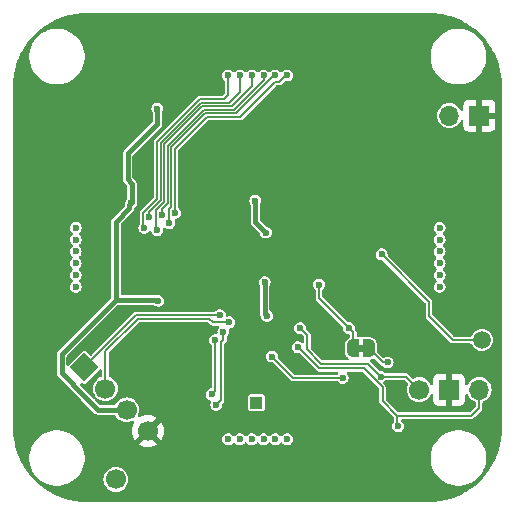
<source format=gbl>
G04 #@! TF.GenerationSoftware,KiCad,Pcbnew,8.0.7*
G04 #@! TF.CreationDate,2025-03-19T21:21:16+01:00*
G04 #@! TF.ProjectId,RP2040_minimal_r2,52503230-3430-45f6-9d69-6e696d616c5f,REV2*
G04 #@! TF.SameCoordinates,Original*
G04 #@! TF.FileFunction,Copper,L2,Bot*
G04 #@! TF.FilePolarity,Positive*
%FSLAX46Y46*%
G04 Gerber Fmt 4.6, Leading zero omitted, Abs format (unit mm)*
G04 Created by KiCad (PCBNEW 8.0.7) date 2025-03-19 21:21:16*
%MOMM*%
%LPD*%
G01*
G04 APERTURE LIST*
G04 Aperture macros list*
%AMHorizOval*
0 Thick line with rounded ends*
0 $1 width*
0 $2 $3 position (X,Y) of the first rounded end (center of the circle)*
0 $4 $5 position (X,Y) of the second rounded end (center of the circle)*
0 Add line between two ends*
20,1,$1,$2,$3,$4,$5,0*
0 Add two circle primitives to create the rounded ends*
1,1,$1,$2,$3*
1,1,$1,$4,$5*%
%AMRotRect*
0 Rectangle, with rotation*
0 The origin of the aperture is its center*
0 $1 length*
0 $2 width*
0 $3 Rotation angle, in degrees counterclockwise*
0 Add horizontal line*
21,1,$1,$2,0,0,$3*%
%AMFreePoly0*
4,1,19,0.500000,-0.750000,0.000000,-0.750000,0.000000,-0.744911,-0.071157,-0.744911,-0.207708,-0.704816,-0.327430,-0.627875,-0.420627,-0.520320,-0.479746,-0.390866,-0.500000,-0.250000,-0.500000,0.250000,-0.479746,0.390866,-0.420627,0.520320,-0.327430,0.627875,-0.207708,0.704816,-0.071157,0.744911,0.000000,0.744911,0.000000,0.750000,0.500000,0.750000,0.500000,-0.750000,0.500000,-0.750000,
$1*%
%AMFreePoly1*
4,1,19,0.000000,0.744911,0.071157,0.744911,0.207708,0.704816,0.327430,0.627875,0.420627,0.520320,0.479746,0.390866,0.500000,0.250000,0.500000,-0.250000,0.479746,-0.390866,0.420627,-0.520320,0.327430,-0.627875,0.207708,-0.704816,0.071157,-0.744911,0.000000,-0.744911,0.000000,-0.750000,-0.500000,-0.750000,-0.500000,0.750000,0.000000,0.750000,0.000000,0.744911,0.000000,0.744911,
$1*%
G04 Aperture macros list end*
G04 #@! TA.AperFunction,EtchedComponent*
%ADD10C,0.000000*%
G04 #@! TD*
G04 #@! TA.AperFunction,ComponentPad*
%ADD11C,0.600000*%
G04 #@! TD*
G04 #@! TA.AperFunction,ComponentPad*
%ADD12C,1.500000*%
G04 #@! TD*
G04 #@! TA.AperFunction,ComponentPad*
%ADD13C,1.700000*%
G04 #@! TD*
G04 #@! TA.AperFunction,ComponentPad*
%ADD14R,1.000000X1.000000*%
G04 #@! TD*
G04 #@! TA.AperFunction,ComponentPad*
%ADD15R,1.700000X1.700000*%
G04 #@! TD*
G04 #@! TA.AperFunction,ComponentPad*
%ADD16O,1.700000X1.700000*%
G04 #@! TD*
G04 #@! TA.AperFunction,ComponentPad*
%ADD17RotRect,1.700000X1.700000X225.000000*%
G04 #@! TD*
G04 #@! TA.AperFunction,ComponentPad*
%ADD18HorizOval,1.700000X0.000000X0.000000X0.000000X0.000000X0*%
G04 #@! TD*
G04 #@! TA.AperFunction,SMDPad,CuDef*
%ADD19FreePoly0,180.000000*%
G04 #@! TD*
G04 #@! TA.AperFunction,SMDPad,CuDef*
%ADD20FreePoly1,180.000000*%
G04 #@! TD*
G04 #@! TA.AperFunction,ViaPad*
%ADD21C,0.600000*%
G04 #@! TD*
G04 #@! TA.AperFunction,Conductor*
%ADD22C,0.400000*%
G04 #@! TD*
G04 #@! TA.AperFunction,Conductor*
%ADD23C,0.150000*%
G04 #@! TD*
G04 APERTURE END LIST*
D10*
G04 #@! TA.AperFunction,EtchedComponent*
G36*
X109000000Y-108000000D02*
G01*
X108500000Y-108000000D01*
X108500000Y-107400000D01*
X109000000Y-107400000D01*
X109000000Y-108000000D01*
G37*
G04 #@! TD.AperFunction*
D11*
X98725000Y-98725000D03*
X98725000Y-100000000D03*
X98725000Y-101275000D03*
X100000000Y-98725000D03*
X100000000Y-100000000D03*
X100000000Y-101275000D03*
X101275000Y-98725000D03*
X101275000Y-100000000D03*
X101275000Y-101275000D03*
D12*
X119000000Y-107000000D03*
D13*
X88000000Y-118800000D03*
D14*
X99900000Y-112300000D03*
D15*
X118775000Y-88000000D03*
D16*
X116235000Y-88000000D03*
D13*
X113675000Y-111200000D03*
D15*
X116215000Y-111200000D03*
D16*
X118754999Y-111200000D03*
D17*
X85312994Y-109312994D03*
D18*
X87109045Y-111109045D03*
X88905096Y-112905096D03*
X90701148Y-114701148D03*
D19*
X109400000Y-107700000D03*
D20*
X108100000Y-107700000D03*
D21*
X112600000Y-82800000D03*
X99600000Y-91205008D03*
X98400000Y-106900000D03*
X86700000Y-98000000D03*
X81000000Y-113000000D03*
X106500000Y-103400000D03*
X101500000Y-88200000D03*
X101500000Y-107547004D03*
X94000000Y-95100000D03*
X91100000Y-101200000D03*
X103300000Y-93125000D03*
X104800000Y-87570000D03*
X102300000Y-92800000D03*
X92650000Y-86970000D03*
X90000000Y-92500000D03*
X100380994Y-107546990D03*
X105900000Y-96000000D03*
X114400000Y-119700000D03*
X113600000Y-93200000D03*
X111500000Y-112000000D03*
X100600000Y-91205000D03*
X91500000Y-87400000D03*
X91600000Y-103700000D03*
X89300000Y-95400000D03*
X99800000Y-95199994D03*
X100700000Y-97900000D03*
X100800000Y-104965000D03*
X100599970Y-102100000D03*
X96100000Y-111600000D03*
X96400000Y-107000000D03*
X96500000Y-112500000D03*
X97100000Y-106300000D03*
X97600000Y-105500000D03*
X96800000Y-104900000D03*
X84600000Y-102500000D03*
X84600000Y-101500000D03*
X84600000Y-100500000D03*
X84600000Y-99500000D03*
X84600000Y-98500000D03*
X84600000Y-97500000D03*
X97500000Y-84600000D03*
X90400000Y-97500000D03*
X90800000Y-96600000D03*
X98500000Y-84600000D03*
X91500000Y-97700000D03*
X99500000Y-84600000D03*
X100500000Y-84600000D03*
X91900000Y-96400000D03*
X101500000Y-84600000D03*
X92500000Y-97100000D03*
X102500000Y-84600000D03*
X93000000Y-96250000D03*
X115400000Y-97500000D03*
X115400000Y-98500000D03*
X115400000Y-99500000D03*
X115400000Y-100500000D03*
X110500000Y-99750000D03*
X115400000Y-101500000D03*
X115400000Y-102500000D03*
X102500000Y-115400000D03*
X101500000Y-115400000D03*
X105200000Y-102300000D03*
X107750000Y-106000000D03*
X100500000Y-115400000D03*
X99500000Y-115400000D03*
X98500000Y-115400000D03*
X97500000Y-115400000D03*
X103600000Y-106000000D03*
X110408732Y-110091268D03*
X103400000Y-107600000D03*
X111900000Y-114300000D03*
X107200000Y-110200000D03*
X101200000Y-108400000D03*
X111000000Y-108900000D03*
D22*
X83400000Y-109800000D02*
X83400000Y-108200000D01*
X89350000Y-94900000D02*
X89350000Y-95350000D01*
X88000000Y-97000000D02*
X89150000Y-95850000D01*
X89000000Y-91200000D02*
X91500000Y-88700000D01*
X86505096Y-112905096D02*
X85400000Y-111800000D01*
X88000000Y-98800000D02*
X88000000Y-97000000D01*
X89350000Y-95350000D02*
X89300000Y-95400000D01*
X83400000Y-108200000D02*
X88000000Y-103600000D01*
X89350000Y-93750000D02*
X89000000Y-93400000D01*
X91500000Y-103600000D02*
X91600000Y-103700000D01*
X89350000Y-94900000D02*
X89350000Y-93750000D01*
X89150000Y-95550000D02*
X89300000Y-95400000D01*
X88905096Y-112905096D02*
X86505096Y-112905096D01*
X85400000Y-111800000D02*
X83400000Y-109800000D01*
X88000000Y-103600000D02*
X91500000Y-103600000D01*
X89350000Y-95150000D02*
X89350000Y-94900000D01*
X89000000Y-93400000D02*
X89000000Y-91200000D01*
X91500000Y-88700000D02*
X91500000Y-87400000D01*
X89150000Y-95850000D02*
X89150000Y-95550000D01*
X88000000Y-103600000D02*
X88000000Y-98800000D01*
X100800000Y-104965000D02*
X100590000Y-104755000D01*
X100599970Y-104745030D02*
X100599970Y-102100000D01*
X100590000Y-102109970D02*
X100599970Y-102100000D01*
X100590000Y-104755000D02*
X100599970Y-104745030D01*
X99800000Y-97010000D02*
X100690000Y-97900000D01*
X99800000Y-95199994D02*
X99800000Y-97010000D01*
X100690000Y-97900000D02*
X100700000Y-97900000D01*
D23*
X96400000Y-111300000D02*
X96400000Y-107000000D01*
X96100000Y-111600000D02*
X96400000Y-111300000D01*
X96900000Y-112100000D02*
X96500000Y-112500000D01*
X97100000Y-107000000D02*
X96900000Y-107200000D01*
X96900000Y-107200000D02*
X96900000Y-112100000D01*
X97100000Y-106300000D02*
X97100000Y-107000000D01*
X89850252Y-105200000D02*
X87109045Y-107941207D01*
X89850252Y-105200000D02*
X95900000Y-105200000D01*
X95900000Y-105200000D02*
X96200000Y-105500000D01*
X96200000Y-105500000D02*
X97600000Y-105500000D01*
X87109045Y-107941207D02*
X87109045Y-111109045D01*
X85312994Y-109312994D02*
X89725988Y-104900000D01*
X89725988Y-104900000D02*
X96800000Y-104900000D01*
X97150000Y-86600000D02*
X97500000Y-86250000D01*
X97140000Y-86600000D02*
X97150000Y-86600000D01*
X90275000Y-96252208D02*
X90275000Y-97375000D01*
X95078680Y-86600000D02*
X97140000Y-86600000D01*
X91463604Y-95063604D02*
X90275000Y-96252208D01*
X91463604Y-90215076D02*
X95078680Y-86600000D01*
X90275000Y-97375000D02*
X90400000Y-97500000D01*
X91463604Y-95063604D02*
X91463604Y-90215076D01*
X97500000Y-86250000D02*
X97500000Y-84500000D01*
X91800000Y-95151472D02*
X91800000Y-90302944D01*
X97600000Y-86900000D02*
X98500000Y-86000000D01*
X95202944Y-86900000D02*
X97600000Y-86900000D01*
X91800000Y-90302944D02*
X95202944Y-86900000D01*
X98500000Y-86000000D02*
X98500000Y-84500000D01*
X90800000Y-96151472D02*
X91800000Y-95151472D01*
X90800000Y-96600000D02*
X90800000Y-96151472D01*
X92100000Y-90427208D02*
X92100000Y-95275736D01*
X97800000Y-87200000D02*
X99500000Y-85500000D01*
X91375000Y-96000736D02*
X91375000Y-97575000D01*
X91375000Y-97575000D02*
X91500000Y-97700000D01*
X95327208Y-87200000D02*
X92100000Y-90427208D01*
X99500000Y-85500000D02*
X99500000Y-84500000D01*
X92100000Y-95275736D02*
X91375000Y-96000736D01*
X97800000Y-87200000D02*
X95327208Y-87200000D01*
X95451472Y-87500000D02*
X98000000Y-87500000D01*
X99400000Y-86100000D02*
X100500000Y-85000000D01*
X91900000Y-95900000D02*
X92400000Y-95400000D01*
X100500000Y-85000000D02*
X100500000Y-84500000D01*
X92400000Y-90551472D02*
X95451472Y-87500000D01*
X92400000Y-95400000D02*
X92400000Y-90551472D01*
X98000000Y-87500000D02*
X99400000Y-86100000D01*
X91900000Y-96400000D02*
X91900000Y-95900000D01*
X92475000Y-97075000D02*
X92475000Y-95925000D01*
X92500000Y-97100000D02*
X92475000Y-97075000D01*
X92475000Y-95925000D02*
X92700000Y-95700000D01*
X98200000Y-87800000D02*
X101500000Y-84500000D01*
X95575736Y-87800000D02*
X98200000Y-87800000D01*
X92700000Y-90675736D02*
X95575736Y-87800000D01*
X92700000Y-95700000D02*
X92700000Y-90675736D01*
X93000000Y-96250000D02*
X93000000Y-90800000D01*
X98500000Y-88100000D02*
X101450000Y-85150000D01*
X93000000Y-90800000D02*
X95700000Y-88100000D01*
X95700000Y-88100000D02*
X98500000Y-88100000D01*
X101850000Y-85150000D02*
X102500000Y-84500000D01*
X101450000Y-85150000D02*
X101850000Y-85150000D01*
X114500000Y-105000000D02*
X116500000Y-107000000D01*
X116500000Y-107000000D02*
X119000000Y-107000000D01*
X114500000Y-103750000D02*
X114500000Y-105000000D01*
X110500000Y-99750000D02*
X114500000Y-103750000D01*
X108100000Y-106350000D02*
X107750000Y-106000000D01*
X105200000Y-103450000D02*
X107750000Y-106000000D01*
X108100000Y-107700000D02*
X108100000Y-106350000D01*
X105200000Y-102300000D02*
X105200000Y-103450000D01*
X109317464Y-109000000D02*
X105400000Y-109000000D01*
X104200000Y-106600000D02*
X103600000Y-106000000D01*
X113675000Y-111200000D02*
X112566268Y-110091268D01*
X105400000Y-109000000D02*
X104200000Y-107800000D01*
X104200000Y-107800000D02*
X104200000Y-106600000D01*
X112566268Y-110091268D02*
X110408732Y-110091268D01*
X110408732Y-110091268D02*
X109317464Y-109000000D01*
X110587500Y-111012500D02*
X110587500Y-112187500D01*
X103400000Y-107600000D02*
X105200000Y-109400000D01*
X118100000Y-113400000D02*
X118754999Y-112745001D01*
X111800000Y-114200000D02*
X111900000Y-114300000D01*
X118754999Y-112745001D02*
X118754999Y-111200000D01*
X111800000Y-113400000D02*
X118100000Y-113400000D01*
X110587500Y-112187500D02*
X111800000Y-113400000D01*
X108975000Y-109400000D02*
X110587500Y-111012500D01*
X105200000Y-109400000D02*
X108975000Y-109400000D01*
X111800000Y-113400000D02*
X111800000Y-114200000D01*
X101200000Y-108400000D02*
X103000000Y-110200000D01*
X103000000Y-110200000D02*
X107200000Y-110200000D01*
X110600000Y-108900000D02*
X109400000Y-107700000D01*
X111000000Y-108900000D02*
X110600000Y-108900000D01*
G04 #@! TA.AperFunction,Conductor*
G36*
X112467830Y-110386453D02*
G01*
X112488472Y-110403087D01*
X112698017Y-110612632D01*
X112731502Y-110673955D01*
X112726518Y-110743647D01*
X112719694Y-110758766D01*
X112699771Y-110796038D01*
X112699770Y-110796041D01*
X112699769Y-110796043D01*
X112699768Y-110796046D01*
X112690818Y-110825551D01*
X112639699Y-110994067D01*
X112619417Y-111200000D01*
X112639699Y-111405932D01*
X112639700Y-111405934D01*
X112699768Y-111603954D01*
X112797315Y-111786450D01*
X112797317Y-111786452D01*
X112928589Y-111946410D01*
X112999990Y-112005006D01*
X113088550Y-112077685D01*
X113271046Y-112175232D01*
X113469066Y-112235300D01*
X113469065Y-112235300D01*
X113487529Y-112237118D01*
X113675000Y-112255583D01*
X113880934Y-112235300D01*
X114078954Y-112175232D01*
X114261450Y-112077685D01*
X114421410Y-111946410D01*
X114552685Y-111786450D01*
X114631643Y-111638730D01*
X114680605Y-111588888D01*
X114748742Y-111573428D01*
X114814422Y-111597260D01*
X114856791Y-111652818D01*
X114865000Y-111697186D01*
X114865000Y-112097844D01*
X114871401Y-112157372D01*
X114871403Y-112157379D01*
X114921645Y-112292086D01*
X114921649Y-112292093D01*
X115007809Y-112407187D01*
X115007812Y-112407190D01*
X115122906Y-112493350D01*
X115122913Y-112493354D01*
X115257620Y-112543596D01*
X115257627Y-112543598D01*
X115317155Y-112549999D01*
X115317172Y-112550000D01*
X115965000Y-112550000D01*
X115965000Y-111633012D01*
X116022007Y-111665925D01*
X116149174Y-111700000D01*
X116280826Y-111700000D01*
X116407993Y-111665925D01*
X116465000Y-111633012D01*
X116465000Y-112550000D01*
X117112828Y-112550000D01*
X117112844Y-112549999D01*
X117172372Y-112543598D01*
X117172379Y-112543596D01*
X117307086Y-112493354D01*
X117307093Y-112493350D01*
X117422187Y-112407190D01*
X117422190Y-112407187D01*
X117508350Y-112292093D01*
X117508354Y-112292086D01*
X117558596Y-112157379D01*
X117558598Y-112157372D01*
X117564999Y-112097844D01*
X117565000Y-112097827D01*
X117565000Y-111697188D01*
X117584685Y-111630149D01*
X117637489Y-111584394D01*
X117706647Y-111574450D01*
X117770203Y-111603475D01*
X117798356Y-111638731D01*
X117877314Y-111786450D01*
X117877316Y-111786452D01*
X118008588Y-111946410D01*
X118079989Y-112005006D01*
X118168549Y-112077685D01*
X118351045Y-112175232D01*
X118391496Y-112187502D01*
X118449932Y-112225798D01*
X118478389Y-112289610D01*
X118479499Y-112306162D01*
X118479499Y-112579523D01*
X118459814Y-112646562D01*
X118443180Y-112667204D01*
X118022204Y-113088181D01*
X117960881Y-113121666D01*
X117934523Y-113124500D01*
X111965477Y-113124500D01*
X111898438Y-113104815D01*
X111877796Y-113088181D01*
X110899319Y-112109704D01*
X110865834Y-112048381D01*
X110863000Y-112022023D01*
X110863000Y-110957701D01*
X110863000Y-110957700D01*
X110821057Y-110856442D01*
X110821057Y-110856441D01*
X110664919Y-110700303D01*
X110631434Y-110638980D01*
X110636418Y-110569288D01*
X110678290Y-110513355D01*
X110685546Y-110508316D01*
X110739860Y-110473411D01*
X110795183Y-110409564D01*
X110853960Y-110371791D01*
X110888895Y-110366768D01*
X112400791Y-110366768D01*
X112467830Y-110386453D01*
G37*
G04 #@! TD.AperFunction*
G04 #@! TA.AperFunction,Conductor*
G36*
X114502325Y-79300587D02*
G01*
X114958663Y-79317661D01*
X114967889Y-79318353D01*
X115419385Y-79369224D01*
X115428535Y-79370603D01*
X115774365Y-79436037D01*
X115874952Y-79455070D01*
X115883992Y-79457133D01*
X116322849Y-79574724D01*
X116331705Y-79577455D01*
X116760554Y-79727516D01*
X116769186Y-79730904D01*
X117185619Y-79912593D01*
X117193973Y-79916617D01*
X117595640Y-80128904D01*
X117603671Y-80133540D01*
X117988375Y-80375265D01*
X117996037Y-80380489D01*
X118361594Y-80650282D01*
X118368836Y-80656058D01*
X118713223Y-80952427D01*
X118720020Y-80958734D01*
X119041265Y-81279979D01*
X119047572Y-81286776D01*
X119343941Y-81631163D01*
X119349723Y-81638413D01*
X119619510Y-82003962D01*
X119624734Y-82011624D01*
X119866459Y-82396328D01*
X119871095Y-82404359D01*
X120083382Y-82806026D01*
X120087406Y-82814380D01*
X120269095Y-83230813D01*
X120272483Y-83239445D01*
X120422542Y-83668288D01*
X120425275Y-83677150D01*
X120542866Y-84116007D01*
X120544929Y-84125047D01*
X120629394Y-84571453D01*
X120630776Y-84580623D01*
X120681645Y-85032101D01*
X120682338Y-85041347D01*
X120699413Y-85497673D01*
X120699500Y-85502310D01*
X120699500Y-114497689D01*
X120699413Y-114502326D01*
X120682338Y-114958652D01*
X120681645Y-114967898D01*
X120630776Y-115419376D01*
X120629394Y-115428546D01*
X120544929Y-115874952D01*
X120542866Y-115883992D01*
X120425275Y-116322849D01*
X120422542Y-116331711D01*
X120272483Y-116760554D01*
X120269095Y-116769186D01*
X120087406Y-117185619D01*
X120083382Y-117193973D01*
X119871095Y-117595640D01*
X119866459Y-117603671D01*
X119624734Y-117988375D01*
X119619510Y-117996037D01*
X119349723Y-118361586D01*
X119343941Y-118368836D01*
X119047572Y-118713223D01*
X119041265Y-118720020D01*
X118720020Y-119041265D01*
X118713223Y-119047572D01*
X118368836Y-119343941D01*
X118361586Y-119349723D01*
X117996037Y-119619510D01*
X117988375Y-119624734D01*
X117603671Y-119866459D01*
X117595640Y-119871095D01*
X117193973Y-120083382D01*
X117185619Y-120087406D01*
X116769186Y-120269095D01*
X116760554Y-120272483D01*
X116331711Y-120422542D01*
X116322849Y-120425275D01*
X115883992Y-120542866D01*
X115874952Y-120544929D01*
X115428546Y-120629394D01*
X115419376Y-120630776D01*
X114967898Y-120681645D01*
X114958652Y-120682338D01*
X114529997Y-120698377D01*
X114502324Y-120699413D01*
X114497689Y-120699500D01*
X85502311Y-120699500D01*
X85497675Y-120699413D01*
X85467926Y-120698299D01*
X85041347Y-120682338D01*
X85032101Y-120681645D01*
X84580623Y-120630776D01*
X84571453Y-120629394D01*
X84125047Y-120544929D01*
X84116007Y-120542866D01*
X83677150Y-120425275D01*
X83668288Y-120422542D01*
X83239445Y-120272483D01*
X83230813Y-120269095D01*
X82814380Y-120087406D01*
X82806026Y-120083382D01*
X82404359Y-119871095D01*
X82396328Y-119866459D01*
X82011624Y-119624734D01*
X82003962Y-119619510D01*
X81688179Y-119386452D01*
X81638409Y-119349719D01*
X81631163Y-119343941D01*
X81286776Y-119047572D01*
X81279979Y-119041265D01*
X80958734Y-118720020D01*
X80952427Y-118713223D01*
X80656058Y-118368836D01*
X80650276Y-118361586D01*
X80611225Y-118308674D01*
X80380489Y-117996037D01*
X80375265Y-117988375D01*
X80133540Y-117603671D01*
X80128904Y-117595640D01*
X79916617Y-117193973D01*
X79912593Y-117185619D01*
X79764394Y-116845946D01*
X80649500Y-116845946D01*
X80649500Y-117154053D01*
X80649501Y-117154069D01*
X80689717Y-117459542D01*
X80769464Y-117757162D01*
X80887376Y-118041826D01*
X80887381Y-118041837D01*
X80932865Y-118120616D01*
X81041438Y-118308670D01*
X81041440Y-118308673D01*
X81041441Y-118308674D01*
X81229007Y-118553115D01*
X81229013Y-118553122D01*
X81446877Y-118770986D01*
X81446883Y-118770991D01*
X81691330Y-118958562D01*
X81845500Y-119047572D01*
X81958162Y-119112618D01*
X81958167Y-119112620D01*
X81958170Y-119112622D01*
X82242836Y-119230535D01*
X82540456Y-119310282D01*
X82845940Y-119350500D01*
X82845947Y-119350500D01*
X83154053Y-119350500D01*
X83154060Y-119350500D01*
X83459544Y-119310282D01*
X83757164Y-119230535D01*
X84041830Y-119112622D01*
X84308670Y-118958562D01*
X84515312Y-118800000D01*
X86944417Y-118800000D01*
X86964699Y-119005932D01*
X86994734Y-119104944D01*
X87024768Y-119203954D01*
X87122315Y-119386450D01*
X87122317Y-119386452D01*
X87253589Y-119546410D01*
X87342663Y-119619510D01*
X87413550Y-119677685D01*
X87596046Y-119775232D01*
X87794066Y-119835300D01*
X87794065Y-119835300D01*
X87812529Y-119837118D01*
X88000000Y-119855583D01*
X88205934Y-119835300D01*
X88403954Y-119775232D01*
X88586450Y-119677685D01*
X88746410Y-119546410D01*
X88877685Y-119386450D01*
X88975232Y-119203954D01*
X89035300Y-119005934D01*
X89055583Y-118800000D01*
X89035300Y-118594066D01*
X88975232Y-118396046D01*
X88877685Y-118213550D01*
X88825702Y-118150209D01*
X88746410Y-118053589D01*
X88586452Y-117922317D01*
X88586453Y-117922317D01*
X88586450Y-117922315D01*
X88403954Y-117824768D01*
X88205934Y-117764700D01*
X88205932Y-117764699D01*
X88205934Y-117764699D01*
X88000000Y-117744417D01*
X87794067Y-117764699D01*
X87596043Y-117824769D01*
X87485898Y-117883643D01*
X87413550Y-117922315D01*
X87413548Y-117922316D01*
X87413547Y-117922317D01*
X87253589Y-118053589D01*
X87122317Y-118213547D01*
X87024769Y-118396043D01*
X86964699Y-118594067D01*
X86944417Y-118800000D01*
X84515312Y-118800000D01*
X84553117Y-118770991D01*
X84770991Y-118553117D01*
X84958562Y-118308670D01*
X85112622Y-118041830D01*
X85230535Y-117757164D01*
X85310282Y-117459544D01*
X85350500Y-117154060D01*
X85350500Y-116845946D01*
X114649500Y-116845946D01*
X114649500Y-117154053D01*
X114649501Y-117154069D01*
X114689717Y-117459542D01*
X114769464Y-117757162D01*
X114887376Y-118041826D01*
X114887381Y-118041837D01*
X114932865Y-118120616D01*
X115041438Y-118308670D01*
X115041440Y-118308673D01*
X115041441Y-118308674D01*
X115229007Y-118553115D01*
X115229013Y-118553122D01*
X115446877Y-118770986D01*
X115446883Y-118770991D01*
X115691330Y-118958562D01*
X115845500Y-119047572D01*
X115958162Y-119112618D01*
X115958167Y-119112620D01*
X115958170Y-119112622D01*
X116242836Y-119230535D01*
X116540456Y-119310282D01*
X116845940Y-119350500D01*
X116845947Y-119350500D01*
X117154053Y-119350500D01*
X117154060Y-119350500D01*
X117459544Y-119310282D01*
X117757164Y-119230535D01*
X118041830Y-119112622D01*
X118308670Y-118958562D01*
X118553117Y-118770991D01*
X118770991Y-118553117D01*
X118958562Y-118308670D01*
X119112622Y-118041830D01*
X119230535Y-117757164D01*
X119310282Y-117459544D01*
X119350500Y-117154060D01*
X119350500Y-116845940D01*
X119310282Y-116540456D01*
X119230535Y-116242836D01*
X119112622Y-115958170D01*
X119112620Y-115958167D01*
X119112618Y-115958162D01*
X119030582Y-115816073D01*
X118958562Y-115691330D01*
X118770991Y-115446883D01*
X118770986Y-115446877D01*
X118553122Y-115229013D01*
X118553115Y-115229007D01*
X118308674Y-115041441D01*
X118308673Y-115041440D01*
X118308670Y-115041438D01*
X118173312Y-114963289D01*
X118041837Y-114887381D01*
X118041826Y-114887376D01*
X117757162Y-114769464D01*
X117459542Y-114689717D01*
X117154069Y-114649501D01*
X117154066Y-114649500D01*
X117154060Y-114649500D01*
X116845940Y-114649500D01*
X116845934Y-114649500D01*
X116845930Y-114649501D01*
X116540457Y-114689717D01*
X116242837Y-114769464D01*
X115958173Y-114887376D01*
X115958162Y-114887381D01*
X115691325Y-115041441D01*
X115446884Y-115229007D01*
X115446877Y-115229013D01*
X115229013Y-115446877D01*
X115229007Y-115446884D01*
X115041441Y-115691325D01*
X115041438Y-115691329D01*
X115041438Y-115691330D01*
X115039086Y-115695404D01*
X114887381Y-115958162D01*
X114887376Y-115958173D01*
X114769464Y-116242837D01*
X114689717Y-116540457D01*
X114649501Y-116845930D01*
X114649500Y-116845946D01*
X85350500Y-116845946D01*
X85350500Y-116845940D01*
X85310282Y-116540456D01*
X85230535Y-116242836D01*
X85112622Y-115958170D01*
X85112620Y-115958167D01*
X85112618Y-115958162D01*
X85030582Y-115816073D01*
X84958562Y-115691330D01*
X84770991Y-115446883D01*
X84770986Y-115446877D01*
X84553122Y-115229013D01*
X84553115Y-115229007D01*
X84308674Y-115041441D01*
X84308673Y-115041440D01*
X84308670Y-115041438D01*
X84173312Y-114963289D01*
X84041837Y-114887381D01*
X84041826Y-114887376D01*
X83757162Y-114769464D01*
X83459542Y-114689717D01*
X83154069Y-114649501D01*
X83154066Y-114649500D01*
X83154060Y-114649500D01*
X82845940Y-114649500D01*
X82845934Y-114649500D01*
X82845930Y-114649501D01*
X82540457Y-114689717D01*
X82242837Y-114769464D01*
X81958173Y-114887376D01*
X81958162Y-114887381D01*
X81691325Y-115041441D01*
X81446884Y-115229007D01*
X81446877Y-115229013D01*
X81229013Y-115446877D01*
X81229007Y-115446884D01*
X81041441Y-115691325D01*
X81041438Y-115691329D01*
X81041438Y-115691330D01*
X81039086Y-115695404D01*
X80887381Y-115958162D01*
X80887376Y-115958173D01*
X80769464Y-116242837D01*
X80689717Y-116540457D01*
X80649501Y-116845930D01*
X80649500Y-116845946D01*
X79764394Y-116845946D01*
X79730904Y-116769186D01*
X79727516Y-116760554D01*
X79577455Y-116331705D01*
X79574724Y-116322849D01*
X79457133Y-115883992D01*
X79455070Y-115874952D01*
X79413950Y-115657629D01*
X79370603Y-115428535D01*
X79369223Y-115419376D01*
X79362614Y-115360723D01*
X79318353Y-114967889D01*
X79317661Y-114958651D01*
X79316831Y-114936474D01*
X79300587Y-114502325D01*
X79300500Y-114497689D01*
X79300500Y-108147273D01*
X82999500Y-108147273D01*
X82999500Y-109747273D01*
X82999500Y-109852727D01*
X83000836Y-109857712D01*
X83026793Y-109954589D01*
X83048860Y-109992809D01*
X83079520Y-110045913D01*
X83079522Y-110045915D01*
X85079520Y-112045913D01*
X86180275Y-113146667D01*
X86180285Y-113146678D01*
X86184615Y-113151008D01*
X86184616Y-113151009D01*
X86259183Y-113225576D01*
X86259185Y-113225577D01*
X86259186Y-113225578D01*
X86290991Y-113243940D01*
X86290993Y-113243942D01*
X86312777Y-113256518D01*
X86350508Y-113278303D01*
X86452369Y-113305597D01*
X86452372Y-113305597D01*
X86565419Y-113305597D01*
X86565435Y-113305596D01*
X87853695Y-113305596D01*
X87920734Y-113325281D01*
X87963053Y-113371142D01*
X88027411Y-113491546D01*
X88045933Y-113514115D01*
X88158685Y-113651506D01*
X88255305Y-113730798D01*
X88318646Y-113782781D01*
X88501142Y-113880328D01*
X88699162Y-113940396D01*
X88699161Y-113940396D01*
X88717625Y-113942214D01*
X88905096Y-113960679D01*
X89111030Y-113940396D01*
X89309050Y-113880328D01*
X89361732Y-113852168D01*
X89430132Y-113837926D01*
X89495376Y-113862925D01*
X89536748Y-113919229D01*
X89541112Y-113988962D01*
X89529534Y-114018522D01*
X89529836Y-114018663D01*
X89527612Y-114023432D01*
X89527582Y-114023509D01*
X89527552Y-114023560D01*
X89427718Y-114237655D01*
X89427714Y-114237664D01*
X89366580Y-114465821D01*
X89366578Y-114465832D01*
X89345991Y-114701146D01*
X89345991Y-114701149D01*
X89366578Y-114936463D01*
X89366580Y-114936474D01*
X89427714Y-115164631D01*
X89427718Y-115164640D01*
X89527546Y-115378724D01*
X89586221Y-115462520D01*
X90218185Y-114830555D01*
X90235223Y-114894141D01*
X90301049Y-115008155D01*
X90394141Y-115101247D01*
X90508155Y-115167073D01*
X90571739Y-115184110D01*
X89939774Y-115816074D01*
X90023565Y-115874746D01*
X90023569Y-115874748D01*
X90237655Y-115974577D01*
X90237664Y-115974581D01*
X90465821Y-116035715D01*
X90465832Y-116035717D01*
X90701146Y-116056305D01*
X90701150Y-116056305D01*
X90936463Y-116035717D01*
X90936474Y-116035715D01*
X91164631Y-115974581D01*
X91164640Y-115974577D01*
X91378728Y-115874747D01*
X91462519Y-115816073D01*
X90830556Y-115184110D01*
X90894141Y-115167073D01*
X91008155Y-115101247D01*
X91101247Y-115008155D01*
X91167073Y-114894141D01*
X91184110Y-114830556D01*
X91816073Y-115462519D01*
X91859851Y-115400000D01*
X96994353Y-115400000D01*
X97014834Y-115542456D01*
X97067433Y-115657629D01*
X97074623Y-115673373D01*
X97168872Y-115782143D01*
X97289947Y-115859953D01*
X97289950Y-115859954D01*
X97289949Y-115859954D01*
X97428036Y-115900499D01*
X97428038Y-115900500D01*
X97428039Y-115900500D01*
X97571962Y-115900500D01*
X97571962Y-115900499D01*
X97710053Y-115859953D01*
X97831128Y-115782143D01*
X97906287Y-115695403D01*
X97965064Y-115657629D01*
X98034934Y-115657629D01*
X98093711Y-115695402D01*
X98168872Y-115782143D01*
X98289947Y-115859953D01*
X98289950Y-115859954D01*
X98289949Y-115859954D01*
X98428036Y-115900499D01*
X98428038Y-115900500D01*
X98428039Y-115900500D01*
X98571962Y-115900500D01*
X98571962Y-115900499D01*
X98710053Y-115859953D01*
X98831128Y-115782143D01*
X98906287Y-115695403D01*
X98965064Y-115657629D01*
X99034934Y-115657629D01*
X99093711Y-115695402D01*
X99168872Y-115782143D01*
X99289947Y-115859953D01*
X99289950Y-115859954D01*
X99289949Y-115859954D01*
X99428036Y-115900499D01*
X99428038Y-115900500D01*
X99428039Y-115900500D01*
X99571962Y-115900500D01*
X99571962Y-115900499D01*
X99710053Y-115859953D01*
X99831128Y-115782143D01*
X99906287Y-115695403D01*
X99965064Y-115657629D01*
X100034934Y-115657629D01*
X100093711Y-115695402D01*
X100168872Y-115782143D01*
X100289947Y-115859953D01*
X100289950Y-115859954D01*
X100289949Y-115859954D01*
X100428036Y-115900499D01*
X100428038Y-115900500D01*
X100428039Y-115900500D01*
X100571962Y-115900500D01*
X100571962Y-115900499D01*
X100710053Y-115859953D01*
X100831128Y-115782143D01*
X100906287Y-115695403D01*
X100965064Y-115657629D01*
X101034934Y-115657629D01*
X101093711Y-115695402D01*
X101168872Y-115782143D01*
X101289947Y-115859953D01*
X101289950Y-115859954D01*
X101289949Y-115859954D01*
X101428036Y-115900499D01*
X101428038Y-115900500D01*
X101428039Y-115900500D01*
X101571962Y-115900500D01*
X101571962Y-115900499D01*
X101710053Y-115859953D01*
X101831128Y-115782143D01*
X101906287Y-115695403D01*
X101965064Y-115657629D01*
X102034934Y-115657629D01*
X102093711Y-115695402D01*
X102168872Y-115782143D01*
X102289947Y-115859953D01*
X102289950Y-115859954D01*
X102289949Y-115859954D01*
X102428036Y-115900499D01*
X102428038Y-115900500D01*
X102428039Y-115900500D01*
X102571962Y-115900500D01*
X102571962Y-115900499D01*
X102710053Y-115859953D01*
X102831128Y-115782143D01*
X102925377Y-115673373D01*
X102985165Y-115542457D01*
X103005647Y-115400000D01*
X102985165Y-115257543D01*
X102925377Y-115126627D01*
X102831128Y-115017857D01*
X102710053Y-114940047D01*
X102710051Y-114940046D01*
X102710049Y-114940045D01*
X102710050Y-114940045D01*
X102571963Y-114899500D01*
X102571961Y-114899500D01*
X102428039Y-114899500D01*
X102428036Y-114899500D01*
X102289949Y-114940045D01*
X102168873Y-115017856D01*
X102093713Y-115104596D01*
X102034935Y-115142370D01*
X101965065Y-115142370D01*
X101906287Y-115104596D01*
X101903385Y-115101247D01*
X101831128Y-115017857D01*
X101710053Y-114940047D01*
X101710051Y-114940046D01*
X101710049Y-114940045D01*
X101710050Y-114940045D01*
X101571963Y-114899500D01*
X101571961Y-114899500D01*
X101428039Y-114899500D01*
X101428036Y-114899500D01*
X101289949Y-114940045D01*
X101168873Y-115017856D01*
X101093713Y-115104596D01*
X101034935Y-115142370D01*
X100965065Y-115142370D01*
X100906287Y-115104596D01*
X100903385Y-115101247D01*
X100831128Y-115017857D01*
X100710053Y-114940047D01*
X100710051Y-114940046D01*
X100710049Y-114940045D01*
X100710050Y-114940045D01*
X100571963Y-114899500D01*
X100571961Y-114899500D01*
X100428039Y-114899500D01*
X100428036Y-114899500D01*
X100289949Y-114940045D01*
X100168873Y-115017856D01*
X100093713Y-115104596D01*
X100034935Y-115142370D01*
X99965065Y-115142370D01*
X99906287Y-115104596D01*
X99903385Y-115101247D01*
X99831128Y-115017857D01*
X99710053Y-114940047D01*
X99710051Y-114940046D01*
X99710049Y-114940045D01*
X99710050Y-114940045D01*
X99571963Y-114899500D01*
X99571961Y-114899500D01*
X99428039Y-114899500D01*
X99428036Y-114899500D01*
X99289949Y-114940045D01*
X99168873Y-115017856D01*
X99093713Y-115104596D01*
X99034935Y-115142370D01*
X98965065Y-115142370D01*
X98906287Y-115104596D01*
X98903385Y-115101247D01*
X98831128Y-115017857D01*
X98710053Y-114940047D01*
X98710051Y-114940046D01*
X98710049Y-114940045D01*
X98710050Y-114940045D01*
X98571963Y-114899500D01*
X98571961Y-114899500D01*
X98428039Y-114899500D01*
X98428036Y-114899500D01*
X98289949Y-114940045D01*
X98168873Y-115017856D01*
X98093713Y-115104596D01*
X98034935Y-115142370D01*
X97965065Y-115142370D01*
X97906287Y-115104596D01*
X97903385Y-115101247D01*
X97831128Y-115017857D01*
X97710053Y-114940047D01*
X97710051Y-114940046D01*
X97710049Y-114940045D01*
X97710050Y-114940045D01*
X97571963Y-114899500D01*
X97571961Y-114899500D01*
X97428039Y-114899500D01*
X97428036Y-114899500D01*
X97289949Y-114940045D01*
X97168873Y-115017856D01*
X97074623Y-115126626D01*
X97074622Y-115126628D01*
X97014834Y-115257543D01*
X96994353Y-115400000D01*
X91859851Y-115400000D01*
X91874747Y-115378728D01*
X91974577Y-115164640D01*
X91974581Y-115164631D01*
X92035715Y-114936474D01*
X92035717Y-114936463D01*
X92056305Y-114701149D01*
X92056305Y-114701146D01*
X92035717Y-114465832D01*
X92035715Y-114465821D01*
X91974581Y-114237664D01*
X91974577Y-114237655D01*
X91874749Y-114023572D01*
X91816073Y-113939774D01*
X91184110Y-114571738D01*
X91167073Y-114508155D01*
X91101247Y-114394141D01*
X91008155Y-114301049D01*
X90894141Y-114235223D01*
X90830555Y-114218185D01*
X91462520Y-113586221D01*
X91378724Y-113527546D01*
X91164640Y-113427718D01*
X91164631Y-113427714D01*
X90936474Y-113366580D01*
X90936463Y-113366578D01*
X90701150Y-113345991D01*
X90701146Y-113345991D01*
X90465832Y-113366578D01*
X90465821Y-113366580D01*
X90237664Y-113427714D01*
X90237655Y-113427718D01*
X90023560Y-113527552D01*
X90023509Y-113527582D01*
X90023483Y-113527588D01*
X90018663Y-113529836D01*
X90018210Y-113528866D01*
X89955606Y-113544044D01*
X89889583Y-113521181D01*
X89846401Y-113466253D01*
X89839771Y-113396698D01*
X89852167Y-113361733D01*
X89880328Y-113309050D01*
X89940396Y-113111030D01*
X89960679Y-112905096D01*
X89940396Y-112699162D01*
X89880328Y-112501142D01*
X89782781Y-112318646D01*
X89730798Y-112255305D01*
X89651506Y-112158685D01*
X89491548Y-112027413D01*
X89491549Y-112027413D01*
X89491546Y-112027411D01*
X89309050Y-111929864D01*
X89111030Y-111869796D01*
X89111028Y-111869795D01*
X89111030Y-111869795D01*
X88905096Y-111849513D01*
X88699163Y-111869795D01*
X88501139Y-111929865D01*
X88403336Y-111982143D01*
X88318646Y-112027411D01*
X88318644Y-112027412D01*
X88318643Y-112027413D01*
X88158685Y-112158685D01*
X88049202Y-112292093D01*
X88027411Y-112318646D01*
X88006620Y-112357543D01*
X87963053Y-112439050D01*
X87914090Y-112488894D01*
X87853695Y-112504596D01*
X86722350Y-112504596D01*
X86655311Y-112484911D01*
X86634669Y-112468277D01*
X86246995Y-112080602D01*
X86213510Y-112019279D01*
X86214530Y-112005006D01*
X86155358Y-111985896D01*
X86137489Y-111971096D01*
X85645913Y-111479520D01*
X85026738Y-110860345D01*
X84993253Y-110799022D01*
X84998237Y-110729330D01*
X85040109Y-110673397D01*
X85105573Y-110648980D01*
X85173846Y-110663832D01*
X85183311Y-110669562D01*
X85185179Y-110670810D01*
X85185183Y-110670814D01*
X85234763Y-110703942D01*
X85260840Y-110709129D01*
X85312992Y-110719503D01*
X85312994Y-110719503D01*
X85312996Y-110719503D01*
X85365148Y-110709129D01*
X85391225Y-110703942D01*
X85440805Y-110670814D01*
X86028375Y-110083244D01*
X86621864Y-109489756D01*
X86683187Y-109456271D01*
X86752879Y-109461255D01*
X86808812Y-109503127D01*
X86833229Y-109568591D01*
X86833545Y-109577437D01*
X86833545Y-110002882D01*
X86813860Y-110069921D01*
X86761056Y-110115676D01*
X86745541Y-110121542D01*
X86705092Y-110133812D01*
X86685252Y-110144417D01*
X86522595Y-110231360D01*
X86522593Y-110231361D01*
X86522592Y-110231362D01*
X86362634Y-110362634D01*
X86234887Y-110518297D01*
X86231360Y-110522595D01*
X86199531Y-110582143D01*
X86133814Y-110705088D01*
X86073744Y-110903112D01*
X86053462Y-111109045D01*
X86073744Y-111314977D01*
X86097410Y-111392993D01*
X86133813Y-111512999D01*
X86231360Y-111695495D01*
X86235057Y-111700000D01*
X86321021Y-111804749D01*
X86348333Y-111869059D01*
X86347495Y-111873950D01*
X86394103Y-111884089D01*
X86413341Y-111897068D01*
X86521578Y-111985896D01*
X86522595Y-111986730D01*
X86705091Y-112084277D01*
X86903111Y-112144345D01*
X86903110Y-112144345D01*
X86921574Y-112146163D01*
X87109045Y-112164628D01*
X87314979Y-112144345D01*
X87512999Y-112084277D01*
X87695495Y-111986730D01*
X87855455Y-111855455D01*
X87986730Y-111695495D01*
X88084277Y-111512999D01*
X88144345Y-111314979D01*
X88164628Y-111109045D01*
X88144345Y-110903111D01*
X88084277Y-110705091D01*
X87986730Y-110522595D01*
X87918779Y-110439796D01*
X87855455Y-110362634D01*
X87729097Y-110258936D01*
X87695495Y-110231360D01*
X87512999Y-110133813D01*
X87512998Y-110133812D01*
X87512997Y-110133812D01*
X87472549Y-110121542D01*
X87414110Y-110083244D01*
X87385654Y-110019432D01*
X87384545Y-110002882D01*
X87384545Y-108106684D01*
X87404230Y-108039645D01*
X87420864Y-108019003D01*
X89928049Y-105511819D01*
X89989372Y-105478334D01*
X90015730Y-105475500D01*
X95734523Y-105475500D01*
X95801562Y-105495185D01*
X95822203Y-105511818D01*
X96043941Y-105733557D01*
X96073595Y-105745839D01*
X96073597Y-105745841D01*
X96073598Y-105745841D01*
X96094570Y-105754527D01*
X96145200Y-105775500D01*
X96620703Y-105775500D01*
X96687742Y-105795185D01*
X96733497Y-105847989D01*
X96743441Y-105917147D01*
X96714416Y-105980702D01*
X96674625Y-106026622D01*
X96674622Y-106026628D01*
X96614834Y-106157543D01*
X96594353Y-106299999D01*
X96602671Y-106357853D01*
X96592727Y-106427012D01*
X96546972Y-106479816D01*
X96479933Y-106499500D01*
X96328036Y-106499500D01*
X96189949Y-106540045D01*
X96068873Y-106617856D01*
X95974623Y-106726626D01*
X95974622Y-106726628D01*
X95914834Y-106857543D01*
X95894353Y-107000000D01*
X95914834Y-107142456D01*
X95949269Y-107217856D01*
X95974623Y-107273373D01*
X96068872Y-107382143D01*
X96068874Y-107382144D01*
X96075574Y-107387950D01*
X96074442Y-107389255D01*
X96113291Y-107434082D01*
X96124500Y-107485601D01*
X96124500Y-110978351D01*
X96104815Y-111045390D01*
X96052011Y-111091145D01*
X96035434Y-111097328D01*
X95889949Y-111140045D01*
X95768873Y-111217856D01*
X95674623Y-111326626D01*
X95674622Y-111326628D01*
X95614834Y-111457543D01*
X95594353Y-111600000D01*
X95614834Y-111742456D01*
X95634926Y-111786450D01*
X95674623Y-111873373D01*
X95768872Y-111982143D01*
X95889947Y-112059953D01*
X95889950Y-112059954D01*
X95889948Y-112059954D01*
X95982596Y-112087157D01*
X96041374Y-112124930D01*
X96070400Y-112188486D01*
X96060457Y-112257644D01*
X96060457Y-112257645D01*
X96014834Y-112357545D01*
X95994353Y-112500000D01*
X96014834Y-112642456D01*
X96040732Y-112699163D01*
X96074623Y-112773373D01*
X96168872Y-112882143D01*
X96289947Y-112959953D01*
X96289950Y-112959954D01*
X96289949Y-112959954D01*
X96428036Y-113000499D01*
X96428038Y-113000500D01*
X96428039Y-113000500D01*
X96571962Y-113000500D01*
X96571962Y-113000499D01*
X96710053Y-112959953D01*
X96831128Y-112882143D01*
X96925377Y-112773373D01*
X96985165Y-112642457D01*
X97005647Y-112500000D01*
X96999894Y-112459990D01*
X97009837Y-112390835D01*
X97034952Y-112354663D01*
X97070970Y-112318646D01*
X97133557Y-112256059D01*
X97156570Y-112200500D01*
X97175500Y-112154800D01*
X97175500Y-111780247D01*
X99199500Y-111780247D01*
X99199500Y-112819752D01*
X99211131Y-112878229D01*
X99211132Y-112878230D01*
X99255447Y-112944552D01*
X99321769Y-112988867D01*
X99321770Y-112988868D01*
X99380247Y-113000499D01*
X99380250Y-113000500D01*
X99380252Y-113000500D01*
X100419750Y-113000500D01*
X100419751Y-113000499D01*
X100434568Y-112997552D01*
X100478229Y-112988868D01*
X100478229Y-112988867D01*
X100478231Y-112988867D01*
X100544552Y-112944552D01*
X100588867Y-112878231D01*
X100588867Y-112878229D01*
X100588868Y-112878229D01*
X100600499Y-112819752D01*
X100600500Y-112819750D01*
X100600500Y-111780249D01*
X100600499Y-111780247D01*
X100588868Y-111721770D01*
X100588867Y-111721769D01*
X100544552Y-111655447D01*
X100478230Y-111611132D01*
X100478229Y-111611131D01*
X100419752Y-111599500D01*
X100419748Y-111599500D01*
X99380252Y-111599500D01*
X99380247Y-111599500D01*
X99321770Y-111611131D01*
X99321769Y-111611132D01*
X99255447Y-111655447D01*
X99211132Y-111721769D01*
X99211131Y-111721770D01*
X99199500Y-111780247D01*
X97175500Y-111780247D01*
X97175500Y-108400000D01*
X100694353Y-108400000D01*
X100714834Y-108542456D01*
X100774622Y-108673371D01*
X100774623Y-108673373D01*
X100868872Y-108782143D01*
X100989947Y-108859953D01*
X100989950Y-108859954D01*
X100989949Y-108859954D01*
X101097107Y-108891417D01*
X101126336Y-108900000D01*
X101128036Y-108900499D01*
X101128038Y-108900500D01*
X101259522Y-108900500D01*
X101326561Y-108920185D01*
X101347203Y-108936819D01*
X102843941Y-110433557D01*
X102843946Y-110433559D01*
X102859005Y-110439797D01*
X102859006Y-110439797D01*
X102945197Y-110475499D01*
X102945198Y-110475499D01*
X102945200Y-110475500D01*
X106719837Y-110475500D01*
X106786876Y-110495185D01*
X106813548Y-110518295D01*
X106868872Y-110582143D01*
X106989947Y-110659953D01*
X106989950Y-110659954D01*
X106989949Y-110659954D01*
X107097107Y-110691417D01*
X107126336Y-110700000D01*
X107128036Y-110700499D01*
X107128038Y-110700500D01*
X107128039Y-110700500D01*
X107271962Y-110700500D01*
X107271962Y-110700499D01*
X107410053Y-110659953D01*
X107531128Y-110582143D01*
X107625377Y-110473373D01*
X107685165Y-110342457D01*
X107705647Y-110200000D01*
X107685165Y-110057543D01*
X107625377Y-109926627D01*
X107625375Y-109926625D01*
X107625374Y-109926622D01*
X107585584Y-109880702D01*
X107556559Y-109817146D01*
X107566503Y-109747988D01*
X107612258Y-109695184D01*
X107679297Y-109675500D01*
X108809523Y-109675500D01*
X108876562Y-109695185D01*
X108897204Y-109711819D01*
X110275681Y-111090296D01*
X110309166Y-111151619D01*
X110312000Y-111177977D01*
X110312000Y-112242302D01*
X110349800Y-112333557D01*
X110353942Y-112343557D01*
X111488181Y-113477796D01*
X111521666Y-113539119D01*
X111524500Y-113565477D01*
X111524500Y-113922815D01*
X111504815Y-113989854D01*
X111494215Y-114004016D01*
X111474623Y-114026627D01*
X111474622Y-114026628D01*
X111414834Y-114157543D01*
X111394353Y-114300000D01*
X111414834Y-114442456D01*
X111474622Y-114573371D01*
X111474623Y-114573373D01*
X111568872Y-114682143D01*
X111689947Y-114759953D01*
X111689950Y-114759954D01*
X111689949Y-114759954D01*
X111828036Y-114800499D01*
X111828038Y-114800500D01*
X111828039Y-114800500D01*
X111971962Y-114800500D01*
X111971962Y-114800499D01*
X112110053Y-114759953D01*
X112231128Y-114682143D01*
X112325377Y-114573373D01*
X112385165Y-114442457D01*
X112405647Y-114300000D01*
X112385165Y-114157543D01*
X112325377Y-114026627D01*
X112231128Y-113917857D01*
X112231125Y-113917855D01*
X112209279Y-113903815D01*
X112163524Y-113851011D01*
X112153581Y-113781852D01*
X112182607Y-113718297D01*
X112241385Y-113680523D01*
X112276319Y-113675500D01*
X118154799Y-113675500D01*
X118154800Y-113675500D01*
X118256058Y-113633557D01*
X118333557Y-113556058D01*
X118333556Y-113556058D01*
X118392125Y-113497489D01*
X118988556Y-112901060D01*
X119015388Y-112836281D01*
X119030499Y-112799801D01*
X119030499Y-112306162D01*
X119050184Y-112239123D01*
X119102988Y-112193368D01*
X119118494Y-112187504D01*
X119158953Y-112175232D01*
X119341449Y-112077685D01*
X119501409Y-111946410D01*
X119632684Y-111786450D01*
X119730231Y-111603954D01*
X119790299Y-111405934D01*
X119810582Y-111200000D01*
X119790299Y-110994066D01*
X119730231Y-110796046D01*
X119632684Y-110613550D01*
X119558037Y-110522592D01*
X119501409Y-110453589D01*
X119341451Y-110322317D01*
X119341452Y-110322317D01*
X119341449Y-110322315D01*
X119158953Y-110224768D01*
X118960933Y-110164700D01*
X118960931Y-110164699D01*
X118960933Y-110164699D01*
X118754999Y-110144417D01*
X118549066Y-110164699D01*
X118373691Y-110217898D01*
X118356818Y-110223017D01*
X118351042Y-110224769D01*
X118240897Y-110283643D01*
X118168549Y-110322315D01*
X118168547Y-110322316D01*
X118168546Y-110322317D01*
X118008588Y-110453589D01*
X117878067Y-110612632D01*
X117877314Y-110613550D01*
X117807775Y-110743647D01*
X117798358Y-110761265D01*
X117749395Y-110811109D01*
X117681257Y-110826569D01*
X117615578Y-110802737D01*
X117573209Y-110747179D01*
X117565000Y-110702811D01*
X117565000Y-110302172D01*
X117564999Y-110302155D01*
X117558598Y-110242627D01*
X117558596Y-110242620D01*
X117508354Y-110107913D01*
X117508350Y-110107906D01*
X117422190Y-109992812D01*
X117422187Y-109992809D01*
X117307093Y-109906649D01*
X117307086Y-109906645D01*
X117172379Y-109856403D01*
X117172372Y-109856401D01*
X117112844Y-109850000D01*
X116465000Y-109850000D01*
X116465000Y-110766988D01*
X116407993Y-110734075D01*
X116280826Y-110700000D01*
X116149174Y-110700000D01*
X116022007Y-110734075D01*
X115965000Y-110766988D01*
X115965000Y-109850000D01*
X115317155Y-109850000D01*
X115257627Y-109856401D01*
X115257620Y-109856403D01*
X115122913Y-109906645D01*
X115122906Y-109906649D01*
X115007812Y-109992809D01*
X115007809Y-109992812D01*
X114921649Y-110107906D01*
X114921645Y-110107913D01*
X114871403Y-110242620D01*
X114871401Y-110242627D01*
X114865000Y-110302155D01*
X114865000Y-110702813D01*
X114845315Y-110769852D01*
X114792511Y-110815607D01*
X114723353Y-110825551D01*
X114659797Y-110796526D01*
X114631642Y-110761267D01*
X114622224Y-110743647D01*
X114552685Y-110613550D01*
X114478038Y-110522592D01*
X114421410Y-110453589D01*
X114261452Y-110322317D01*
X114261453Y-110322317D01*
X114261450Y-110322315D01*
X114078954Y-110224768D01*
X113880934Y-110164700D01*
X113880932Y-110164699D01*
X113880934Y-110164699D01*
X113675000Y-110144417D01*
X113469067Y-110164699D01*
X113352696Y-110200000D01*
X113271046Y-110224768D01*
X113271043Y-110224769D01*
X113271041Y-110224770D01*
X113271038Y-110224771D01*
X113233766Y-110244694D01*
X113165364Y-110258936D01*
X113100120Y-110233936D01*
X113087632Y-110223017D01*
X112722327Y-109857712D01*
X112722326Y-109857711D01*
X112621068Y-109815768D01*
X110888895Y-109815768D01*
X110821856Y-109796083D01*
X110795182Y-109772971D01*
X110739860Y-109709125D01*
X110618785Y-109631315D01*
X110618783Y-109631314D01*
X110618781Y-109631313D01*
X110618782Y-109631313D01*
X110480695Y-109590768D01*
X110480693Y-109590768D01*
X110349209Y-109590768D01*
X110282170Y-109571083D01*
X110261528Y-109554449D01*
X109541875Y-108834796D01*
X109508390Y-108773473D01*
X109513374Y-108703781D01*
X109555246Y-108647848D01*
X109594620Y-108628138D01*
X109667740Y-108606669D01*
X109720945Y-108582371D01*
X109741474Y-108569178D01*
X109808513Y-108549492D01*
X109875553Y-108569175D01*
X109896196Y-108585811D01*
X110443938Y-109133555D01*
X110443939Y-109133555D01*
X110443941Y-109133557D01*
X110473595Y-109145839D01*
X110473597Y-109145841D01*
X110473598Y-109145841D01*
X110499756Y-109156676D01*
X110545200Y-109175500D01*
X110545201Y-109175500D01*
X110556483Y-109180173D01*
X110555633Y-109182224D01*
X110603202Y-109207109D01*
X110610805Y-109215130D01*
X110668872Y-109282143D01*
X110789947Y-109359953D01*
X110789950Y-109359954D01*
X110789949Y-109359954D01*
X110928036Y-109400499D01*
X110928038Y-109400500D01*
X110928039Y-109400500D01*
X111071962Y-109400500D01*
X111071962Y-109400499D01*
X111210053Y-109359953D01*
X111331128Y-109282143D01*
X111425377Y-109173373D01*
X111485165Y-109042457D01*
X111505647Y-108900000D01*
X111485165Y-108757543D01*
X111425377Y-108626627D01*
X111331128Y-108517857D01*
X111210053Y-108440047D01*
X111210051Y-108440046D01*
X111210049Y-108440045D01*
X111210050Y-108440045D01*
X111071963Y-108399500D01*
X111071961Y-108399500D01*
X110928039Y-108399500D01*
X110928036Y-108399500D01*
X110789949Y-108440045D01*
X110715556Y-108487855D01*
X110648517Y-108507539D01*
X110581477Y-108487854D01*
X110560836Y-108471220D01*
X110144869Y-108055253D01*
X110111384Y-107993930D01*
X110108550Y-107967572D01*
X110108550Y-107920758D01*
X110108550Y-107920755D01*
X110106761Y-107908318D01*
X110105500Y-107890673D01*
X110105500Y-107509327D01*
X110106762Y-107491680D01*
X110107636Y-107485601D01*
X110108550Y-107479245D01*
X110108550Y-107420754D01*
X110094189Y-107320878D01*
X110088089Y-107278443D01*
X110088088Y-107278441D01*
X110088088Y-107278439D01*
X110071609Y-107222317D01*
X110053233Y-107182079D01*
X110011887Y-107091543D01*
X110011878Y-107091527D01*
X110003275Y-107078141D01*
X109980259Y-107042327D01*
X109980255Y-107042322D01*
X109980250Y-107042315D01*
X109896099Y-106945200D01*
X109886105Y-106933666D01*
X109841899Y-106895361D01*
X109841898Y-106895360D01*
X109720950Y-106817631D01*
X109720946Y-106817629D01*
X109720945Y-106817629D01*
X109667740Y-106793331D01*
X109577897Y-106766951D01*
X109529789Y-106752825D01*
X109529777Y-106752822D01*
X109471890Y-106744500D01*
X109471889Y-106744500D01*
X108900000Y-106744500D01*
X108899995Y-106744500D01*
X108854272Y-106749651D01*
X108809643Y-106771144D01*
X108740701Y-106782495D01*
X108703659Y-106766951D01*
X108701752Y-106770913D01*
X108689164Y-106764851D01*
X108600004Y-106744500D01*
X108600000Y-106744500D01*
X108499500Y-106744500D01*
X108432461Y-106724815D01*
X108386706Y-106672011D01*
X108375500Y-106620500D01*
X108375500Y-106295201D01*
X108375499Y-106295197D01*
X108358112Y-106253223D01*
X108358112Y-106253220D01*
X108333560Y-106193947D01*
X108333558Y-106193942D01*
X108284951Y-106145335D01*
X108251466Y-106084012D01*
X108249894Y-106040010D01*
X108255647Y-106000000D01*
X108235165Y-105857543D01*
X108175377Y-105726627D01*
X108081128Y-105617857D01*
X107960053Y-105540047D01*
X107960051Y-105540046D01*
X107960049Y-105540045D01*
X107960050Y-105540045D01*
X107821963Y-105499500D01*
X107821961Y-105499500D01*
X107690478Y-105499500D01*
X107623439Y-105479815D01*
X107602797Y-105463181D01*
X105511819Y-103372203D01*
X105478334Y-103310880D01*
X105475500Y-103284522D01*
X105475500Y-102785601D01*
X105495185Y-102718562D01*
X105525063Y-102688685D01*
X105524426Y-102687950D01*
X105531120Y-102682147D01*
X105531128Y-102682143D01*
X105625377Y-102573373D01*
X105685165Y-102442457D01*
X105705647Y-102300000D01*
X105685165Y-102157543D01*
X105625377Y-102026627D01*
X105531128Y-101917857D01*
X105410053Y-101840047D01*
X105410051Y-101840046D01*
X105410049Y-101840045D01*
X105410050Y-101840045D01*
X105271963Y-101799500D01*
X105271961Y-101799500D01*
X105128039Y-101799500D01*
X105128036Y-101799500D01*
X104989949Y-101840045D01*
X104868873Y-101917856D01*
X104774623Y-102026626D01*
X104774622Y-102026628D01*
X104714834Y-102157543D01*
X104694353Y-102300000D01*
X104714834Y-102442456D01*
X104717518Y-102448332D01*
X104774623Y-102573373D01*
X104868872Y-102682143D01*
X104868874Y-102682144D01*
X104875574Y-102687950D01*
X104874442Y-102689255D01*
X104913291Y-102734082D01*
X104924500Y-102785601D01*
X104924500Y-103504800D01*
X104961424Y-103593940D01*
X104961423Y-103593940D01*
X104966441Y-103606055D01*
X104966444Y-103606059D01*
X107215048Y-105854664D01*
X107248533Y-105915987D01*
X107250105Y-105959991D01*
X107244353Y-105999999D01*
X107264834Y-106142456D01*
X107288350Y-106193947D01*
X107324623Y-106273373D01*
X107418872Y-106382143D01*
X107539947Y-106459953D01*
X107539950Y-106459954D01*
X107539949Y-106459954D01*
X107647107Y-106491417D01*
X107675498Y-106499754D01*
X107678036Y-106500499D01*
X107678038Y-106500500D01*
X107700500Y-106500500D01*
X107767539Y-106520185D01*
X107813294Y-106572989D01*
X107824500Y-106624500D01*
X107824500Y-106720713D01*
X107804815Y-106787752D01*
X107767540Y-106825028D01*
X107658101Y-106895360D01*
X107658100Y-106895361D01*
X107613892Y-106933669D01*
X107519749Y-107042315D01*
X107519738Y-107042331D01*
X107488121Y-107091527D01*
X107488112Y-107091543D01*
X107428393Y-107222310D01*
X107411912Y-107278438D01*
X107411910Y-107278443D01*
X107391450Y-107420754D01*
X107391450Y-107479244D01*
X107393238Y-107491680D01*
X107394500Y-107509327D01*
X107394500Y-107890673D01*
X107393238Y-107908319D01*
X107391450Y-107920753D01*
X107391450Y-107979245D01*
X107411910Y-108121556D01*
X107411912Y-108121561D01*
X107428393Y-108177689D01*
X107488112Y-108308456D01*
X107488121Y-108308472D01*
X107519738Y-108357668D01*
X107519749Y-108357684D01*
X107571368Y-108417255D01*
X107613895Y-108466334D01*
X107654416Y-108501446D01*
X107660581Y-108506788D01*
X107698355Y-108565567D01*
X107698354Y-108635436D01*
X107660579Y-108694214D01*
X107597023Y-108723238D01*
X107579377Y-108724500D01*
X105565478Y-108724500D01*
X105498439Y-108704815D01*
X105477797Y-108688181D01*
X104511819Y-107722203D01*
X104478334Y-107660880D01*
X104475500Y-107634522D01*
X104475500Y-106545201D01*
X104475500Y-106545200D01*
X104433557Y-106443942D01*
X104433557Y-106443941D01*
X104134951Y-106145335D01*
X104101466Y-106084012D01*
X104099894Y-106040010D01*
X104105647Y-106000000D01*
X104085165Y-105857543D01*
X104025377Y-105726627D01*
X103931128Y-105617857D01*
X103810053Y-105540047D01*
X103810051Y-105540046D01*
X103810049Y-105540045D01*
X103810050Y-105540045D01*
X103671963Y-105499500D01*
X103671961Y-105499500D01*
X103528039Y-105499500D01*
X103528036Y-105499500D01*
X103389949Y-105540045D01*
X103268873Y-105617856D01*
X103174623Y-105726626D01*
X103174622Y-105726628D01*
X103114834Y-105857543D01*
X103094353Y-106000000D01*
X103114834Y-106142456D01*
X103138350Y-106193947D01*
X103174623Y-106273373D01*
X103268872Y-106382143D01*
X103389947Y-106459953D01*
X103389950Y-106459954D01*
X103389949Y-106459954D01*
X103497107Y-106491417D01*
X103525498Y-106499754D01*
X103528036Y-106500499D01*
X103528038Y-106500500D01*
X103659522Y-106500500D01*
X103726561Y-106520185D01*
X103747198Y-106536814D01*
X103888182Y-106677797D01*
X103921666Y-106739118D01*
X103924500Y-106765477D01*
X103924500Y-107115040D01*
X103904815Y-107182079D01*
X103852011Y-107227834D01*
X103782853Y-107237778D01*
X103733461Y-107219356D01*
X103675456Y-107182079D01*
X103610053Y-107140047D01*
X103610051Y-107140046D01*
X103610049Y-107140045D01*
X103610050Y-107140045D01*
X103471963Y-107099500D01*
X103471961Y-107099500D01*
X103328039Y-107099500D01*
X103328036Y-107099500D01*
X103189949Y-107140045D01*
X103068873Y-107217856D01*
X103068872Y-107217856D01*
X103068872Y-107217857D01*
X103060227Y-107227834D01*
X102974623Y-107326626D01*
X102974622Y-107326628D01*
X102914834Y-107457543D01*
X102894353Y-107600000D01*
X102914834Y-107742456D01*
X102974622Y-107873371D01*
X102974623Y-107873373D01*
X103068872Y-107982143D01*
X103189947Y-108059953D01*
X103189950Y-108059954D01*
X103189949Y-108059954D01*
X103328036Y-108100499D01*
X103328038Y-108100500D01*
X103459522Y-108100500D01*
X103526561Y-108120185D01*
X103547203Y-108136819D01*
X105043941Y-109633557D01*
X105043940Y-109633557D01*
X105052764Y-109637211D01*
X105072559Y-109645410D01*
X105072562Y-109645413D01*
X105072562Y-109645412D01*
X105145200Y-109675500D01*
X106720704Y-109675500D01*
X106787743Y-109695185D01*
X106833498Y-109747989D01*
X106843442Y-109817147D01*
X106814418Y-109880700D01*
X106814394Y-109880729D01*
X106813527Y-109881729D01*
X106754738Y-109919487D01*
X106719837Y-109924500D01*
X103165478Y-109924500D01*
X103098439Y-109904815D01*
X103077797Y-109888181D01*
X102424379Y-109234763D01*
X101734950Y-108545335D01*
X101701466Y-108484013D01*
X101699894Y-108440011D01*
X101705647Y-108400000D01*
X101685165Y-108257543D01*
X101625377Y-108126627D01*
X101531128Y-108017857D01*
X101410053Y-107940047D01*
X101410051Y-107940046D01*
X101410049Y-107940045D01*
X101410050Y-107940045D01*
X101271963Y-107899500D01*
X101271961Y-107899500D01*
X101128039Y-107899500D01*
X101128036Y-107899500D01*
X100989949Y-107940045D01*
X100868873Y-108017856D01*
X100774623Y-108126626D01*
X100774622Y-108126628D01*
X100714834Y-108257543D01*
X100694353Y-108400000D01*
X97175500Y-108400000D01*
X97175500Y-107365478D01*
X97195185Y-107298439D01*
X97211819Y-107277796D01*
X97251837Y-107237778D01*
X97333558Y-107156058D01*
X97375500Y-107054800D01*
X97375500Y-106945200D01*
X97375500Y-106785601D01*
X97395185Y-106718562D01*
X97425063Y-106688685D01*
X97424426Y-106687950D01*
X97431120Y-106682147D01*
X97431128Y-106682143D01*
X97525377Y-106573373D01*
X97585165Y-106442457D01*
X97605647Y-106300000D01*
X97585165Y-106157543D01*
X97585161Y-106157535D01*
X97584538Y-106155410D01*
X97584537Y-106153180D01*
X97583903Y-106148765D01*
X97584537Y-106148673D01*
X97584535Y-106085540D01*
X97622308Y-106026760D01*
X97668580Y-106001493D01*
X97810050Y-105959954D01*
X97810050Y-105959953D01*
X97810053Y-105959953D01*
X97931128Y-105882143D01*
X98025377Y-105773373D01*
X98085165Y-105642457D01*
X98105647Y-105500000D01*
X98085165Y-105357543D01*
X98025377Y-105226627D01*
X97931128Y-105117857D01*
X97810053Y-105040047D01*
X97810051Y-105040046D01*
X97810049Y-105040045D01*
X97810050Y-105040045D01*
X97671963Y-104999500D01*
X97671961Y-104999500D01*
X97528039Y-104999500D01*
X97528036Y-104999500D01*
X97464581Y-105018132D01*
X97394712Y-105018132D01*
X97335934Y-104980357D01*
X97306909Y-104916801D01*
X97305767Y-104900837D01*
X97285165Y-104757543D01*
X97243561Y-104666444D01*
X97225377Y-104626627D01*
X97131128Y-104517857D01*
X97010053Y-104440047D01*
X97010051Y-104440046D01*
X97010049Y-104440045D01*
X97010050Y-104440045D01*
X96871963Y-104399500D01*
X96871961Y-104399500D01*
X96728039Y-104399500D01*
X96728036Y-104399500D01*
X96589949Y-104440045D01*
X96468873Y-104517856D01*
X96413550Y-104581703D01*
X96354772Y-104619477D01*
X96319837Y-104624500D01*
X89671187Y-104624500D01*
X89569928Y-104666444D01*
X85948683Y-108287689D01*
X85887360Y-108321174D01*
X85817668Y-108316190D01*
X85773321Y-108287689D01*
X85440810Y-107955178D01*
X85440806Y-107955175D01*
X85440692Y-107955099D01*
X85391225Y-107922046D01*
X85391224Y-107922045D01*
X85312996Y-107906485D01*
X85312992Y-107906485D01*
X85234763Y-107922045D01*
X85234762Y-107922045D01*
X85185181Y-107955175D01*
X85185177Y-107955178D01*
X84012181Y-109128175D01*
X83950858Y-109161660D01*
X83881166Y-109156676D01*
X83825233Y-109114804D01*
X83800816Y-109049340D01*
X83800500Y-109040494D01*
X83800500Y-108417255D01*
X83820185Y-108350216D01*
X83836819Y-108329574D01*
X88129574Y-104036819D01*
X88190897Y-104003334D01*
X88217255Y-104000500D01*
X91141499Y-104000500D01*
X91208538Y-104020185D01*
X91235211Y-104043296D01*
X91268872Y-104082143D01*
X91389947Y-104159953D01*
X91389950Y-104159954D01*
X91389949Y-104159954D01*
X91528036Y-104200499D01*
X91528038Y-104200500D01*
X91528039Y-104200500D01*
X91671962Y-104200500D01*
X91671962Y-104200499D01*
X91810053Y-104159953D01*
X91931128Y-104082143D01*
X92025377Y-103973373D01*
X92085165Y-103842457D01*
X92105647Y-103700000D01*
X92085165Y-103557543D01*
X92025377Y-103426627D01*
X91931128Y-103317857D01*
X91810053Y-103240047D01*
X91810051Y-103240046D01*
X91810049Y-103240045D01*
X91810050Y-103240045D01*
X91671963Y-103199500D01*
X91671961Y-103199500D01*
X91552727Y-103199500D01*
X88524500Y-103199500D01*
X88457461Y-103179815D01*
X88411706Y-103127011D01*
X88400500Y-103075500D01*
X88400500Y-102100000D01*
X100094323Y-102100000D01*
X100114804Y-102242456D01*
X100141084Y-102300000D01*
X100174593Y-102373373D01*
X100174597Y-102373378D01*
X100179388Y-102380833D01*
X100176334Y-102382795D01*
X100198205Y-102430663D01*
X100199470Y-102448332D01*
X100199470Y-104648739D01*
X100195246Y-104680825D01*
X100189500Y-104702273D01*
X100189500Y-104702276D01*
X100189500Y-104807726D01*
X100216793Y-104909589D01*
X100220957Y-104916801D01*
X100269520Y-105000913D01*
X100269522Y-105000915D01*
X100275369Y-105006762D01*
X100308854Y-105068085D01*
X100310426Y-105076795D01*
X100314834Y-105107453D01*
X100314835Y-105107458D01*
X100368287Y-105224500D01*
X100374623Y-105238373D01*
X100468872Y-105347143D01*
X100589947Y-105424953D01*
X100589950Y-105424954D01*
X100589949Y-105424954D01*
X100728036Y-105465499D01*
X100728038Y-105465500D01*
X100728039Y-105465500D01*
X100871962Y-105465500D01*
X100871962Y-105465499D01*
X101010053Y-105424953D01*
X101131128Y-105347143D01*
X101225377Y-105238373D01*
X101285165Y-105107457D01*
X101305647Y-104965000D01*
X101285165Y-104822543D01*
X101225377Y-104691627D01*
X101131128Y-104582857D01*
X101131125Y-104582855D01*
X101131123Y-104582853D01*
X101057431Y-104535494D01*
X101011676Y-104482691D01*
X101000470Y-104431179D01*
X101000470Y-102448332D01*
X101020155Y-102381293D01*
X101020871Y-102380336D01*
X101025338Y-102373382D01*
X101025347Y-102373373D01*
X101085135Y-102242457D01*
X101105617Y-102100000D01*
X101085135Y-101957543D01*
X101025347Y-101826627D01*
X100931098Y-101717857D01*
X100810023Y-101640047D01*
X100810021Y-101640046D01*
X100810019Y-101640045D01*
X100810020Y-101640045D01*
X100671933Y-101599500D01*
X100671931Y-101599500D01*
X100528009Y-101599500D01*
X100528006Y-101599500D01*
X100389919Y-101640045D01*
X100268843Y-101717856D01*
X100174593Y-101826626D01*
X100174592Y-101826628D01*
X100114804Y-101957543D01*
X100094323Y-102100000D01*
X88400500Y-102100000D01*
X88400500Y-99750000D01*
X109994353Y-99750000D01*
X110014834Y-99892456D01*
X110055890Y-99982354D01*
X110074623Y-100023373D01*
X110168872Y-100132143D01*
X110289947Y-100209953D01*
X110289950Y-100209954D01*
X110289949Y-100209954D01*
X110428036Y-100250499D01*
X110428038Y-100250500D01*
X110559523Y-100250500D01*
X110626562Y-100270185D01*
X110647204Y-100286819D01*
X114188181Y-103827796D01*
X114221666Y-103889119D01*
X114224500Y-103915477D01*
X114224500Y-105054802D01*
X114262081Y-105145529D01*
X114266442Y-105156057D01*
X114266444Y-105156060D01*
X115316246Y-106205862D01*
X116343941Y-107233557D01*
X116343946Y-107233559D01*
X116360608Y-107240461D01*
X116360609Y-107240461D01*
X116445197Y-107275499D01*
X116445198Y-107275499D01*
X116445200Y-107275500D01*
X117998338Y-107275500D01*
X118065377Y-107295185D01*
X118111132Y-107347989D01*
X118116999Y-107363505D01*
X118117605Y-107365505D01*
X118205862Y-107530623D01*
X118205864Y-107530626D01*
X118324642Y-107675357D01*
X118469373Y-107794135D01*
X118469376Y-107794137D01*
X118617614Y-107873371D01*
X118634499Y-107882396D01*
X118765207Y-107922046D01*
X118813666Y-107936746D01*
X118813668Y-107936747D01*
X118830374Y-107938392D01*
X119000000Y-107955099D01*
X119186331Y-107936747D01*
X119365501Y-107882396D01*
X119530625Y-107794136D01*
X119675357Y-107675357D01*
X119794136Y-107530625D01*
X119882396Y-107365501D01*
X119936747Y-107186331D01*
X119955099Y-107000000D01*
X119936747Y-106813669D01*
X119882396Y-106634499D01*
X119882393Y-106634494D01*
X119794137Y-106469376D01*
X119794135Y-106469373D01*
X119675357Y-106324642D01*
X119530626Y-106205864D01*
X119530623Y-106205862D01*
X119365502Y-106117604D01*
X119186333Y-106063253D01*
X119186331Y-106063252D01*
X119000000Y-106044901D01*
X118813668Y-106063252D01*
X118813666Y-106063253D01*
X118634497Y-106117604D01*
X118469376Y-106205862D01*
X118469373Y-106205864D01*
X118324642Y-106324642D01*
X118205864Y-106469373D01*
X118205862Y-106469376D01*
X118117605Y-106634494D01*
X118116999Y-106636495D01*
X118116394Y-106637416D01*
X118115274Y-106640123D01*
X118114760Y-106639910D01*
X118078701Y-106694934D01*
X118014889Y-106723390D01*
X117998338Y-106724500D01*
X116665478Y-106724500D01*
X116598439Y-106704815D01*
X116577797Y-106688181D01*
X114811819Y-104922203D01*
X114778334Y-104860880D01*
X114775500Y-104834522D01*
X114775500Y-103695201D01*
X114775500Y-103695200D01*
X114733557Y-103593942D01*
X114733557Y-103593941D01*
X111034950Y-99895335D01*
X111001466Y-99834013D01*
X110999894Y-99790011D01*
X111005647Y-99750000D01*
X110985165Y-99607543D01*
X110925377Y-99476627D01*
X110831128Y-99367857D01*
X110710053Y-99290047D01*
X110710051Y-99290046D01*
X110710049Y-99290045D01*
X110710050Y-99290045D01*
X110571963Y-99249500D01*
X110571961Y-99249500D01*
X110428039Y-99249500D01*
X110428036Y-99249500D01*
X110289949Y-99290045D01*
X110168873Y-99367856D01*
X110074623Y-99476626D01*
X110074622Y-99476628D01*
X110014834Y-99607543D01*
X109994353Y-99750000D01*
X88400500Y-99750000D01*
X88400500Y-97500000D01*
X89894353Y-97500000D01*
X89914834Y-97642456D01*
X89969154Y-97761398D01*
X89974623Y-97773373D01*
X90068872Y-97882143D01*
X90189947Y-97959953D01*
X90189950Y-97959954D01*
X90189949Y-97959954D01*
X90297107Y-97991417D01*
X90326336Y-98000000D01*
X90328036Y-98000499D01*
X90328038Y-98000500D01*
X90328039Y-98000500D01*
X90471962Y-98000500D01*
X90471962Y-98000499D01*
X90610053Y-97959953D01*
X90731128Y-97882143D01*
X90803023Y-97799171D01*
X90861798Y-97761398D01*
X90931668Y-97761398D01*
X90990446Y-97799172D01*
X91009971Y-97834928D01*
X91011151Y-97834390D01*
X91014834Y-97842456D01*
X91014835Y-97842457D01*
X91074623Y-97973373D01*
X91168872Y-98082143D01*
X91289947Y-98159953D01*
X91289950Y-98159954D01*
X91289949Y-98159954D01*
X91428036Y-98200499D01*
X91428038Y-98200500D01*
X91428039Y-98200500D01*
X91571962Y-98200500D01*
X91571962Y-98200499D01*
X91710053Y-98159953D01*
X91831128Y-98082143D01*
X91925377Y-97973373D01*
X91985165Y-97842457D01*
X92005647Y-97700000D01*
X91993159Y-97613143D01*
X92003103Y-97543985D01*
X92048858Y-97491181D01*
X92115897Y-97471497D01*
X92182936Y-97491182D01*
X92289944Y-97559952D01*
X92289949Y-97559954D01*
X92428036Y-97600499D01*
X92428038Y-97600500D01*
X92428039Y-97600500D01*
X92571962Y-97600500D01*
X92571962Y-97600499D01*
X92710053Y-97559953D01*
X92831128Y-97482143D01*
X92925377Y-97373373D01*
X92985165Y-97242457D01*
X93005647Y-97100000D01*
X92985165Y-96957543D01*
X92970595Y-96925640D01*
X92960652Y-96856486D01*
X92989676Y-96792930D01*
X93048453Y-96755154D01*
X93065752Y-96751392D01*
X93071952Y-96750500D01*
X93071961Y-96750500D01*
X93210053Y-96709953D01*
X93331128Y-96632143D01*
X93425377Y-96523373D01*
X93485165Y-96392457D01*
X93505647Y-96250000D01*
X93485165Y-96107543D01*
X93425377Y-95976627D01*
X93331128Y-95867857D01*
X93331125Y-95867855D01*
X93324423Y-95862047D01*
X93325552Y-95860743D01*
X93286701Y-95815898D01*
X93275500Y-95764397D01*
X93275500Y-95199994D01*
X99294353Y-95199994D01*
X99314834Y-95342450D01*
X99341117Y-95400000D01*
X99374623Y-95473367D01*
X99374627Y-95473372D01*
X99379418Y-95480827D01*
X99376364Y-95482789D01*
X99398235Y-95530657D01*
X99399500Y-95548326D01*
X99399500Y-97062726D01*
X99426793Y-97164589D01*
X99446036Y-97197917D01*
X99479520Y-97255913D01*
X99479522Y-97255915D01*
X100177048Y-97953441D01*
X100210533Y-98014764D01*
X100212105Y-98023472D01*
X100214834Y-98042454D01*
X100214835Y-98042458D01*
X100232530Y-98081203D01*
X100274623Y-98173373D01*
X100368872Y-98282143D01*
X100489947Y-98359953D01*
X100489950Y-98359954D01*
X100489949Y-98359954D01*
X100628036Y-98400499D01*
X100628038Y-98400500D01*
X100628039Y-98400500D01*
X100771962Y-98400500D01*
X100771962Y-98400499D01*
X100910053Y-98359953D01*
X101031128Y-98282143D01*
X101125377Y-98173373D01*
X101185165Y-98042457D01*
X101205647Y-97900000D01*
X101185165Y-97757543D01*
X101125377Y-97626627D01*
X101031128Y-97517857D01*
X101003342Y-97500000D01*
X114894353Y-97500000D01*
X114914834Y-97642456D01*
X114969154Y-97761398D01*
X114974623Y-97773373D01*
X115068872Y-97882143D01*
X115076324Y-97886932D01*
X115089943Y-97895685D01*
X115135698Y-97948489D01*
X115145641Y-98017648D01*
X115116615Y-98081203D01*
X115089943Y-98104315D01*
X115068874Y-98117855D01*
X114974623Y-98226626D01*
X114974622Y-98226628D01*
X114914834Y-98357543D01*
X114894353Y-98500000D01*
X114914834Y-98642456D01*
X114962703Y-98747273D01*
X114974623Y-98773373D01*
X115068872Y-98882143D01*
X115076324Y-98886932D01*
X115089943Y-98895685D01*
X115135698Y-98948489D01*
X115145641Y-99017648D01*
X115116615Y-99081203D01*
X115089943Y-99104315D01*
X115068874Y-99117855D01*
X114974623Y-99226626D01*
X114974622Y-99226628D01*
X114914834Y-99357543D01*
X114894353Y-99500000D01*
X114914834Y-99642456D01*
X114963948Y-99749999D01*
X114974623Y-99773373D01*
X115068872Y-99882143D01*
X115076324Y-99886932D01*
X115089943Y-99895685D01*
X115135698Y-99948489D01*
X115145641Y-100017648D01*
X115116615Y-100081203D01*
X115089943Y-100104315D01*
X115068874Y-100117855D01*
X114974623Y-100226626D01*
X114974622Y-100226628D01*
X114914834Y-100357543D01*
X114894353Y-100500000D01*
X114914834Y-100642456D01*
X114974622Y-100773371D01*
X114974623Y-100773373D01*
X115068872Y-100882143D01*
X115076324Y-100886932D01*
X115089943Y-100895685D01*
X115135698Y-100948489D01*
X115145641Y-101017648D01*
X115116615Y-101081203D01*
X115089943Y-101104315D01*
X115068874Y-101117855D01*
X114974623Y-101226626D01*
X114974622Y-101226628D01*
X114914834Y-101357543D01*
X114894353Y-101500000D01*
X114914834Y-101642456D01*
X114949269Y-101717856D01*
X114974623Y-101773373D01*
X115068872Y-101882143D01*
X115076324Y-101886932D01*
X115089943Y-101895685D01*
X115135698Y-101948489D01*
X115145641Y-102017648D01*
X115116615Y-102081203D01*
X115089943Y-102104315D01*
X115068874Y-102117855D01*
X114974623Y-102226626D01*
X114974622Y-102226628D01*
X114914834Y-102357543D01*
X114894353Y-102500000D01*
X114914834Y-102642456D01*
X114936207Y-102689255D01*
X114974623Y-102773373D01*
X115068872Y-102882143D01*
X115189947Y-102959953D01*
X115189950Y-102959954D01*
X115189949Y-102959954D01*
X115328036Y-103000499D01*
X115328038Y-103000500D01*
X115328039Y-103000500D01*
X115471962Y-103000500D01*
X115471962Y-103000499D01*
X115610053Y-102959953D01*
X115731128Y-102882143D01*
X115825377Y-102773373D01*
X115885165Y-102642457D01*
X115905647Y-102500000D01*
X115885165Y-102357543D01*
X115825377Y-102226627D01*
X115731128Y-102117857D01*
X115731125Y-102117855D01*
X115731125Y-102117854D01*
X115710058Y-102104316D01*
X115664302Y-102051513D01*
X115654358Y-101982354D01*
X115683382Y-101918798D01*
X115710058Y-101895684D01*
X115731125Y-101882145D01*
X115731125Y-101882144D01*
X115731128Y-101882143D01*
X115825377Y-101773373D01*
X115885165Y-101642457D01*
X115905647Y-101500000D01*
X115885165Y-101357543D01*
X115825377Y-101226627D01*
X115731128Y-101117857D01*
X115731125Y-101117855D01*
X115731125Y-101117854D01*
X115710058Y-101104316D01*
X115664302Y-101051513D01*
X115654358Y-100982354D01*
X115683382Y-100918798D01*
X115710058Y-100895684D01*
X115731125Y-100882145D01*
X115731125Y-100882144D01*
X115731128Y-100882143D01*
X115825377Y-100773373D01*
X115885165Y-100642457D01*
X115905647Y-100500000D01*
X115885165Y-100357543D01*
X115825377Y-100226627D01*
X115731128Y-100117857D01*
X115731125Y-100117855D01*
X115731125Y-100117854D01*
X115710058Y-100104316D01*
X115664302Y-100051513D01*
X115654358Y-99982354D01*
X115683382Y-99918798D01*
X115710058Y-99895684D01*
X115731125Y-99882145D01*
X115731125Y-99882144D01*
X115731128Y-99882143D01*
X115825377Y-99773373D01*
X115885165Y-99642457D01*
X115905647Y-99500000D01*
X115885165Y-99357543D01*
X115825377Y-99226627D01*
X115731128Y-99117857D01*
X115731125Y-99117855D01*
X115731125Y-99117854D01*
X115710058Y-99104316D01*
X115664302Y-99051513D01*
X115654358Y-98982354D01*
X115683382Y-98918798D01*
X115710058Y-98895684D01*
X115731125Y-98882145D01*
X115731125Y-98882144D01*
X115731128Y-98882143D01*
X115825377Y-98773373D01*
X115885165Y-98642457D01*
X115905647Y-98500000D01*
X115885165Y-98357543D01*
X115825377Y-98226627D01*
X115731128Y-98117857D01*
X115731125Y-98117855D01*
X115731125Y-98117854D01*
X115710058Y-98104316D01*
X115664302Y-98051513D01*
X115654358Y-97982354D01*
X115683382Y-97918798D01*
X115710058Y-97895684D01*
X115731125Y-97882145D01*
X115731125Y-97882144D01*
X115731128Y-97882143D01*
X115825377Y-97773373D01*
X115885165Y-97642457D01*
X115905647Y-97500000D01*
X115885165Y-97357543D01*
X115825377Y-97226627D01*
X115731128Y-97117857D01*
X115610053Y-97040047D01*
X115610051Y-97040046D01*
X115610049Y-97040045D01*
X115610050Y-97040045D01*
X115471963Y-96999500D01*
X115471961Y-96999500D01*
X115328039Y-96999500D01*
X115328036Y-96999500D01*
X115189949Y-97040045D01*
X115068873Y-97117856D01*
X114974623Y-97226626D01*
X114974622Y-97226628D01*
X114914834Y-97357543D01*
X114894353Y-97500000D01*
X101003342Y-97500000D01*
X100975556Y-97482143D01*
X100910051Y-97440045D01*
X100779579Y-97401736D01*
X100726833Y-97370440D01*
X100236819Y-96880426D01*
X100203334Y-96819103D01*
X100200500Y-96792745D01*
X100200500Y-95548326D01*
X100220185Y-95481287D01*
X100220901Y-95480330D01*
X100225368Y-95473376D01*
X100225377Y-95473367D01*
X100285165Y-95342451D01*
X100305647Y-95199994D01*
X100285165Y-95057537D01*
X100225377Y-94926621D01*
X100131128Y-94817851D01*
X100010053Y-94740041D01*
X100010051Y-94740040D01*
X100010049Y-94740039D01*
X100010050Y-94740039D01*
X99871963Y-94699494D01*
X99871961Y-94699494D01*
X99728039Y-94699494D01*
X99728036Y-94699494D01*
X99589949Y-94740039D01*
X99468873Y-94817850D01*
X99374623Y-94926620D01*
X99374622Y-94926622D01*
X99314834Y-95057537D01*
X99294353Y-95199994D01*
X93275500Y-95199994D01*
X93275500Y-90965477D01*
X93295185Y-90898438D01*
X93311819Y-90877796D01*
X95777797Y-88411819D01*
X95839120Y-88378334D01*
X95865478Y-88375500D01*
X98554799Y-88375500D01*
X98554800Y-88375500D01*
X98656058Y-88333557D01*
X98733557Y-88256058D01*
X98989615Y-88000000D01*
X115179417Y-88000000D01*
X115199699Y-88205932D01*
X115199700Y-88205934D01*
X115259768Y-88403954D01*
X115357315Y-88586450D01*
X115357317Y-88586452D01*
X115488589Y-88746410D01*
X115585209Y-88825702D01*
X115648550Y-88877685D01*
X115831046Y-88975232D01*
X116029066Y-89035300D01*
X116029065Y-89035300D01*
X116047529Y-89037118D01*
X116235000Y-89055583D01*
X116440934Y-89035300D01*
X116638954Y-88975232D01*
X116821450Y-88877685D01*
X116981410Y-88746410D01*
X117112685Y-88586450D01*
X117191643Y-88438730D01*
X117240605Y-88388888D01*
X117308742Y-88373428D01*
X117374422Y-88397260D01*
X117416791Y-88452818D01*
X117425000Y-88497186D01*
X117425000Y-88897844D01*
X117431401Y-88957372D01*
X117431403Y-88957379D01*
X117481645Y-89092086D01*
X117481649Y-89092093D01*
X117567809Y-89207187D01*
X117567812Y-89207190D01*
X117682906Y-89293350D01*
X117682913Y-89293354D01*
X117817620Y-89343596D01*
X117817627Y-89343598D01*
X117877155Y-89349999D01*
X117877172Y-89350000D01*
X118525000Y-89350000D01*
X118525000Y-88433012D01*
X118582007Y-88465925D01*
X118709174Y-88500000D01*
X118840826Y-88500000D01*
X118967993Y-88465925D01*
X119025000Y-88433012D01*
X119025000Y-89350000D01*
X119672828Y-89350000D01*
X119672844Y-89349999D01*
X119732372Y-89343598D01*
X119732379Y-89343596D01*
X119867086Y-89293354D01*
X119867093Y-89293350D01*
X119982187Y-89207190D01*
X119982190Y-89207187D01*
X120068350Y-89092093D01*
X120068354Y-89092086D01*
X120118596Y-88957379D01*
X120118598Y-88957372D01*
X120124999Y-88897844D01*
X120125000Y-88897827D01*
X120125000Y-88250000D01*
X119208012Y-88250000D01*
X119240925Y-88192993D01*
X119275000Y-88065826D01*
X119275000Y-87934174D01*
X119240925Y-87807007D01*
X119208012Y-87750000D01*
X120125000Y-87750000D01*
X120125000Y-87102172D01*
X120124999Y-87102155D01*
X120118598Y-87042627D01*
X120118596Y-87042620D01*
X120068354Y-86907913D01*
X120068350Y-86907906D01*
X119982190Y-86792812D01*
X119982187Y-86792809D01*
X119867093Y-86706649D01*
X119867086Y-86706645D01*
X119732379Y-86656403D01*
X119732372Y-86656401D01*
X119672844Y-86650000D01*
X119025000Y-86650000D01*
X119025000Y-87566988D01*
X118967993Y-87534075D01*
X118840826Y-87500000D01*
X118709174Y-87500000D01*
X118582007Y-87534075D01*
X118525000Y-87566988D01*
X118525000Y-86650000D01*
X117877155Y-86650000D01*
X117817627Y-86656401D01*
X117817620Y-86656403D01*
X117682913Y-86706645D01*
X117682906Y-86706649D01*
X117567812Y-86792809D01*
X117567809Y-86792812D01*
X117481649Y-86907906D01*
X117481645Y-86907913D01*
X117431403Y-87042620D01*
X117431401Y-87042627D01*
X117425000Y-87102155D01*
X117425000Y-87502813D01*
X117405315Y-87569852D01*
X117352511Y-87615607D01*
X117283353Y-87625551D01*
X117219797Y-87596526D01*
X117191642Y-87561267D01*
X117181587Y-87542456D01*
X117112685Y-87413550D01*
X117060702Y-87350209D01*
X116981410Y-87253589D01*
X116821452Y-87122317D01*
X116821453Y-87122317D01*
X116821450Y-87122315D01*
X116638954Y-87024768D01*
X116440934Y-86964700D01*
X116440932Y-86964699D01*
X116440934Y-86964699D01*
X116235000Y-86944417D01*
X116029067Y-86964699D01*
X115831043Y-87024769D01*
X115797634Y-87042627D01*
X115648550Y-87122315D01*
X115648548Y-87122316D01*
X115648547Y-87122317D01*
X115488589Y-87253589D01*
X115357317Y-87413547D01*
X115259769Y-87596043D01*
X115199699Y-87794067D01*
X115179417Y-88000000D01*
X98989615Y-88000000D01*
X101527796Y-85461819D01*
X101589119Y-85428334D01*
X101615477Y-85425500D01*
X101904799Y-85425500D01*
X101904800Y-85425500D01*
X102006058Y-85383557D01*
X102083557Y-85306058D01*
X102083556Y-85306058D01*
X102142125Y-85247489D01*
X102268625Y-85120988D01*
X102329946Y-85087505D01*
X102391236Y-85089693D01*
X102428039Y-85100500D01*
X102428041Y-85100500D01*
X102571962Y-85100500D01*
X102571962Y-85100499D01*
X102710053Y-85059953D01*
X102831128Y-84982143D01*
X102925377Y-84873373D01*
X102985165Y-84742457D01*
X103005647Y-84600000D01*
X102985165Y-84457543D01*
X102925377Y-84326627D01*
X102831128Y-84217857D01*
X102710053Y-84140047D01*
X102710051Y-84140046D01*
X102710049Y-84140045D01*
X102710050Y-84140045D01*
X102571963Y-84099500D01*
X102571961Y-84099500D01*
X102428039Y-84099500D01*
X102428036Y-84099500D01*
X102289949Y-84140045D01*
X102168873Y-84217856D01*
X102093713Y-84304596D01*
X102034935Y-84342370D01*
X101965065Y-84342370D01*
X101906287Y-84304596D01*
X101831128Y-84217857D01*
X101710053Y-84140047D01*
X101710051Y-84140046D01*
X101710049Y-84140045D01*
X101710050Y-84140045D01*
X101571963Y-84099500D01*
X101571961Y-84099500D01*
X101428039Y-84099500D01*
X101428036Y-84099500D01*
X101289949Y-84140045D01*
X101168873Y-84217856D01*
X101093713Y-84304596D01*
X101034935Y-84342370D01*
X100965065Y-84342370D01*
X100906287Y-84304596D01*
X100831128Y-84217857D01*
X100710053Y-84140047D01*
X100710051Y-84140046D01*
X100710049Y-84140045D01*
X100710050Y-84140045D01*
X100571963Y-84099500D01*
X100571961Y-84099500D01*
X100428039Y-84099500D01*
X100428036Y-84099500D01*
X100289949Y-84140045D01*
X100168873Y-84217856D01*
X100093713Y-84304596D01*
X100034935Y-84342370D01*
X99965065Y-84342370D01*
X99906287Y-84304596D01*
X99831128Y-84217857D01*
X99710053Y-84140047D01*
X99710051Y-84140046D01*
X99710049Y-84140045D01*
X99710050Y-84140045D01*
X99571963Y-84099500D01*
X99571961Y-84099500D01*
X99428039Y-84099500D01*
X99428036Y-84099500D01*
X99289949Y-84140045D01*
X99168873Y-84217856D01*
X99093713Y-84304596D01*
X99034935Y-84342370D01*
X98965065Y-84342370D01*
X98906287Y-84304596D01*
X98831128Y-84217857D01*
X98710053Y-84140047D01*
X98710051Y-84140046D01*
X98710049Y-84140045D01*
X98710050Y-84140045D01*
X98571963Y-84099500D01*
X98571961Y-84099500D01*
X98428039Y-84099500D01*
X98428036Y-84099500D01*
X98289949Y-84140045D01*
X98168873Y-84217856D01*
X98093713Y-84304596D01*
X98034935Y-84342370D01*
X97965065Y-84342370D01*
X97906287Y-84304596D01*
X97831128Y-84217857D01*
X97710053Y-84140047D01*
X97710051Y-84140046D01*
X97710049Y-84140045D01*
X97710050Y-84140045D01*
X97571963Y-84099500D01*
X97571961Y-84099500D01*
X97428039Y-84099500D01*
X97428036Y-84099500D01*
X97289949Y-84140045D01*
X97168873Y-84217856D01*
X97074623Y-84326626D01*
X97074622Y-84326628D01*
X97014834Y-84457543D01*
X96994353Y-84600000D01*
X97014834Y-84742456D01*
X97067433Y-84857629D01*
X97074623Y-84873373D01*
X97168872Y-84982143D01*
X97168874Y-84982144D01*
X97175574Y-84987950D01*
X97174442Y-84989255D01*
X97213291Y-85034082D01*
X97224500Y-85085601D01*
X97224500Y-86084522D01*
X97204815Y-86151561D01*
X97188185Y-86172198D01*
X97072202Y-86288182D01*
X97010882Y-86321666D01*
X96984523Y-86324500D01*
X95133480Y-86324500D01*
X95023880Y-86324500D01*
X95023878Y-86324500D01*
X95023876Y-86324501D01*
X94922624Y-86366439D01*
X94922622Y-86366441D01*
X91307546Y-89981519D01*
X91230048Y-90059016D01*
X91188104Y-90160275D01*
X91188104Y-94898127D01*
X91168419Y-94965166D01*
X91151785Y-94985808D01*
X90041444Y-96096148D01*
X89999500Y-96197407D01*
X89999500Y-97151667D01*
X89979815Y-97218706D01*
X89979094Y-97219669D01*
X89974622Y-97226628D01*
X89914834Y-97357543D01*
X89894353Y-97500000D01*
X88400500Y-97500000D01*
X88400500Y-97217253D01*
X88420185Y-97150214D01*
X88436815Y-97129576D01*
X89385703Y-96180687D01*
X89385708Y-96180684D01*
X89395911Y-96170480D01*
X89395913Y-96170480D01*
X89470480Y-96095913D01*
X89523207Y-96004587D01*
X89532690Y-95969196D01*
X89550501Y-95902727D01*
X89550501Y-95901667D01*
X89550753Y-95900806D01*
X89551562Y-95894668D01*
X89552519Y-95894794D01*
X89570186Y-95834628D01*
X89607462Y-95797351D01*
X89631128Y-95782143D01*
X89725377Y-95673373D01*
X89785165Y-95542457D01*
X89805647Y-95400000D01*
X89787739Y-95275449D01*
X89785165Y-95257542D01*
X89785164Y-95257541D01*
X89761706Y-95206174D01*
X89750500Y-95154663D01*
X89750500Y-93812729D01*
X89750501Y-93812716D01*
X89750501Y-93697275D01*
X89750501Y-93697273D01*
X89723207Y-93595412D01*
X89696843Y-93549750D01*
X89670480Y-93504087D01*
X89595913Y-93429520D01*
X89595911Y-93429518D01*
X89436819Y-93270426D01*
X89403334Y-93209103D01*
X89400500Y-93182745D01*
X89400500Y-91417255D01*
X89420185Y-91350216D01*
X89436819Y-91329574D01*
X90606118Y-90160275D01*
X91820480Y-88945913D01*
X91873207Y-88854588D01*
X91900500Y-88752727D01*
X91900500Y-88647273D01*
X91900500Y-87748332D01*
X91920185Y-87681293D01*
X91920901Y-87680336D01*
X91925368Y-87673382D01*
X91925377Y-87673373D01*
X91985165Y-87542457D01*
X92005647Y-87400000D01*
X91985165Y-87257543D01*
X91925377Y-87126627D01*
X91831128Y-87017857D01*
X91710053Y-86940047D01*
X91710051Y-86940046D01*
X91710049Y-86940045D01*
X91710050Y-86940045D01*
X91571963Y-86899500D01*
X91571961Y-86899500D01*
X91428039Y-86899500D01*
X91428036Y-86899500D01*
X91289949Y-86940045D01*
X91168873Y-87017856D01*
X91074623Y-87126626D01*
X91074622Y-87126628D01*
X91014834Y-87257543D01*
X90994353Y-87400000D01*
X91014834Y-87542456D01*
X91039528Y-87596526D01*
X91074623Y-87673373D01*
X91074627Y-87673378D01*
X91079418Y-87680833D01*
X91076364Y-87682795D01*
X91098235Y-87730663D01*
X91099500Y-87748332D01*
X91099500Y-88482745D01*
X91079815Y-88549784D01*
X91063181Y-88570426D01*
X88679522Y-90954084D01*
X88679520Y-90954087D01*
X88626793Y-91045410D01*
X88599500Y-91147273D01*
X88599500Y-93452726D01*
X88626793Y-93554589D01*
X88650362Y-93595411D01*
X88679520Y-93645913D01*
X88913182Y-93879574D01*
X88946666Y-93940895D01*
X88949500Y-93967254D01*
X88949500Y-94993963D01*
X88929815Y-95061002D01*
X88919214Y-95075164D01*
X88874625Y-95126623D01*
X88874622Y-95126628D01*
X88814835Y-95257541D01*
X88814834Y-95257546D01*
X88804455Y-95329734D01*
X88789106Y-95374084D01*
X88776792Y-95395413D01*
X88776791Y-95395414D01*
X88749500Y-95497271D01*
X88749500Y-95632745D01*
X88729815Y-95699784D01*
X88713181Y-95720426D01*
X87679522Y-96754084D01*
X87679518Y-96754090D01*
X87626793Y-96845411D01*
X87624702Y-96853217D01*
X87624701Y-96853220D01*
X87599500Y-96947273D01*
X87599500Y-103382745D01*
X87579815Y-103449784D01*
X87563181Y-103470426D01*
X83079522Y-107954084D01*
X83079518Y-107954090D01*
X83026793Y-108045411D01*
X83026793Y-108045412D01*
X83022897Y-108059953D01*
X82999500Y-108147273D01*
X79300500Y-108147273D01*
X79300500Y-97500000D01*
X84094353Y-97500000D01*
X84114834Y-97642456D01*
X84169154Y-97761398D01*
X84174623Y-97773373D01*
X84268872Y-97882143D01*
X84276324Y-97886932D01*
X84289943Y-97895685D01*
X84335698Y-97948489D01*
X84345641Y-98017648D01*
X84316615Y-98081203D01*
X84289943Y-98104315D01*
X84268874Y-98117855D01*
X84174623Y-98226626D01*
X84174622Y-98226628D01*
X84114834Y-98357543D01*
X84094353Y-98500000D01*
X84114834Y-98642456D01*
X84162703Y-98747273D01*
X84174623Y-98773373D01*
X84268872Y-98882143D01*
X84276324Y-98886932D01*
X84289943Y-98895685D01*
X84335698Y-98948489D01*
X84345641Y-99017648D01*
X84316615Y-99081203D01*
X84289943Y-99104315D01*
X84268874Y-99117855D01*
X84174623Y-99226626D01*
X84174622Y-99226628D01*
X84114834Y-99357543D01*
X84094353Y-99500000D01*
X84114834Y-99642456D01*
X84163948Y-99749999D01*
X84174623Y-99773373D01*
X84268872Y-99882143D01*
X84276324Y-99886932D01*
X84289943Y-99895685D01*
X84335698Y-99948489D01*
X84345641Y-100017648D01*
X84316615Y-100081203D01*
X84289943Y-100104315D01*
X84268874Y-100117855D01*
X84174623Y-100226626D01*
X84174622Y-100226628D01*
X84114834Y-100357543D01*
X84094353Y-100500000D01*
X84114834Y-100642456D01*
X84174622Y-100773371D01*
X84174623Y-100773373D01*
X84268872Y-100882143D01*
X84276324Y-100886932D01*
X84289943Y-100895685D01*
X84335698Y-100948489D01*
X84345641Y-101017648D01*
X84316615Y-101081203D01*
X84289943Y-101104315D01*
X84268874Y-101117855D01*
X84174623Y-101226626D01*
X84174622Y-101226628D01*
X84114834Y-101357543D01*
X84094353Y-101500000D01*
X84114834Y-101642456D01*
X84149269Y-101717856D01*
X84174623Y-101773373D01*
X84268872Y-101882143D01*
X84276324Y-101886932D01*
X84289943Y-101895685D01*
X84335698Y-101948489D01*
X84345641Y-102017648D01*
X84316615Y-102081203D01*
X84289943Y-102104315D01*
X84268874Y-102117855D01*
X84174623Y-102226626D01*
X84174622Y-102226628D01*
X84114834Y-102357543D01*
X84094353Y-102500000D01*
X84114834Y-102642456D01*
X84136207Y-102689255D01*
X84174623Y-102773373D01*
X84268872Y-102882143D01*
X84389947Y-102959953D01*
X84389950Y-102959954D01*
X84389949Y-102959954D01*
X84528036Y-103000499D01*
X84528038Y-103000500D01*
X84528039Y-103000500D01*
X84671962Y-103000500D01*
X84671962Y-103000499D01*
X84810053Y-102959953D01*
X84931128Y-102882143D01*
X85025377Y-102773373D01*
X85085165Y-102642457D01*
X85105647Y-102500000D01*
X85085165Y-102357543D01*
X85025377Y-102226627D01*
X84931128Y-102117857D01*
X84931125Y-102117855D01*
X84931125Y-102117854D01*
X84910058Y-102104316D01*
X84864302Y-102051513D01*
X84854358Y-101982354D01*
X84883382Y-101918798D01*
X84910058Y-101895684D01*
X84931125Y-101882145D01*
X84931125Y-101882144D01*
X84931128Y-101882143D01*
X85025377Y-101773373D01*
X85085165Y-101642457D01*
X85105647Y-101500000D01*
X85085165Y-101357543D01*
X85025377Y-101226627D01*
X84931128Y-101117857D01*
X84931125Y-101117855D01*
X84931125Y-101117854D01*
X84910058Y-101104316D01*
X84864302Y-101051513D01*
X84854358Y-100982354D01*
X84883382Y-100918798D01*
X84910058Y-100895684D01*
X84931125Y-100882145D01*
X84931125Y-100882144D01*
X84931128Y-100882143D01*
X85025377Y-100773373D01*
X85085165Y-100642457D01*
X85105647Y-100500000D01*
X85085165Y-100357543D01*
X85025377Y-100226627D01*
X84931128Y-100117857D01*
X84931125Y-100117855D01*
X84931125Y-100117854D01*
X84910058Y-100104316D01*
X84864302Y-100051513D01*
X84854358Y-99982354D01*
X84883382Y-99918798D01*
X84910058Y-99895684D01*
X84931125Y-99882145D01*
X84931125Y-99882144D01*
X84931128Y-99882143D01*
X85025377Y-99773373D01*
X85085165Y-99642457D01*
X85105647Y-99500000D01*
X85085165Y-99357543D01*
X85025377Y-99226627D01*
X84931128Y-99117857D01*
X84931125Y-99117855D01*
X84931125Y-99117854D01*
X84910058Y-99104316D01*
X84864302Y-99051513D01*
X84854358Y-98982354D01*
X84883382Y-98918798D01*
X84910058Y-98895684D01*
X84931125Y-98882145D01*
X84931125Y-98882144D01*
X84931128Y-98882143D01*
X85025377Y-98773373D01*
X85085165Y-98642457D01*
X85105647Y-98500000D01*
X85085165Y-98357543D01*
X85025377Y-98226627D01*
X84931128Y-98117857D01*
X84931125Y-98117855D01*
X84931125Y-98117854D01*
X84910058Y-98104316D01*
X84864302Y-98051513D01*
X84854358Y-97982354D01*
X84883382Y-97918798D01*
X84910058Y-97895684D01*
X84931125Y-97882145D01*
X84931125Y-97882144D01*
X84931128Y-97882143D01*
X85025377Y-97773373D01*
X85085165Y-97642457D01*
X85105647Y-97500000D01*
X85085165Y-97357543D01*
X85025377Y-97226627D01*
X84931128Y-97117857D01*
X84810053Y-97040047D01*
X84810051Y-97040046D01*
X84810049Y-97040045D01*
X84810050Y-97040045D01*
X84671963Y-96999500D01*
X84671961Y-96999500D01*
X84528039Y-96999500D01*
X84528036Y-96999500D01*
X84389949Y-97040045D01*
X84268873Y-97117856D01*
X84174623Y-97226626D01*
X84174622Y-97226628D01*
X84114834Y-97357543D01*
X84094353Y-97500000D01*
X79300500Y-97500000D01*
X79300500Y-85502310D01*
X79300587Y-85497674D01*
X79301980Y-85460438D01*
X79317661Y-85041334D01*
X79318354Y-85032101D01*
X79369224Y-84580610D01*
X79370602Y-84571468D01*
X79455070Y-84125045D01*
X79457133Y-84116007D01*
X79508935Y-83922676D01*
X79574725Y-83677143D01*
X79577452Y-83668301D01*
X79727519Y-83239435D01*
X79730904Y-83230813D01*
X79764388Y-83154069D01*
X79898821Y-82845946D01*
X80649500Y-82845946D01*
X80649500Y-83154053D01*
X80649501Y-83154069D01*
X80689717Y-83459542D01*
X80769464Y-83757162D01*
X80887376Y-84041826D01*
X80887381Y-84041837D01*
X80980014Y-84202280D01*
X81041438Y-84308670D01*
X81041440Y-84308673D01*
X81041441Y-84308674D01*
X81229007Y-84553115D01*
X81229013Y-84553122D01*
X81446877Y-84770986D01*
X81446883Y-84770991D01*
X81691330Y-84958562D01*
X81834718Y-85041347D01*
X81958162Y-85112618D01*
X81958167Y-85112620D01*
X81958170Y-85112622D01*
X82242836Y-85230535D01*
X82540456Y-85310282D01*
X82845940Y-85350500D01*
X82845947Y-85350500D01*
X83154053Y-85350500D01*
X83154060Y-85350500D01*
X83459544Y-85310282D01*
X83757164Y-85230535D01*
X84041830Y-85112622D01*
X84308670Y-84958562D01*
X84553117Y-84770991D01*
X84770991Y-84553117D01*
X84958562Y-84308670D01*
X85112622Y-84041830D01*
X85230535Y-83757164D01*
X85310282Y-83459544D01*
X85350500Y-83154060D01*
X85350500Y-82845946D01*
X114649500Y-82845946D01*
X114649500Y-83154053D01*
X114649501Y-83154069D01*
X114689717Y-83459542D01*
X114769464Y-83757162D01*
X114887376Y-84041826D01*
X114887381Y-84041837D01*
X114980014Y-84202280D01*
X115041438Y-84308670D01*
X115041440Y-84308673D01*
X115041441Y-84308674D01*
X115229007Y-84553115D01*
X115229013Y-84553122D01*
X115446877Y-84770986D01*
X115446883Y-84770991D01*
X115691330Y-84958562D01*
X115834718Y-85041347D01*
X115958162Y-85112618D01*
X115958167Y-85112620D01*
X115958170Y-85112622D01*
X116242836Y-85230535D01*
X116540456Y-85310282D01*
X116845940Y-85350500D01*
X116845947Y-85350500D01*
X117154053Y-85350500D01*
X117154060Y-85350500D01*
X117459544Y-85310282D01*
X117757164Y-85230535D01*
X118041830Y-85112622D01*
X118308670Y-84958562D01*
X118553117Y-84770991D01*
X118770991Y-84553117D01*
X118958562Y-84308670D01*
X119112622Y-84041830D01*
X119230535Y-83757164D01*
X119310282Y-83459544D01*
X119350500Y-83154060D01*
X119350500Y-82845940D01*
X119310282Y-82540456D01*
X119230535Y-82242836D01*
X119112622Y-81958170D01*
X119112620Y-81958167D01*
X119112618Y-81958162D01*
X119057578Y-81862830D01*
X118958562Y-81691330D01*
X118770991Y-81446883D01*
X118770986Y-81446877D01*
X118553122Y-81229013D01*
X118553115Y-81229007D01*
X118308674Y-81041441D01*
X118308673Y-81041440D01*
X118308670Y-81041438D01*
X118202280Y-80980014D01*
X118041837Y-80887381D01*
X118041826Y-80887376D01*
X117757162Y-80769464D01*
X117459542Y-80689717D01*
X117154069Y-80649501D01*
X117154066Y-80649500D01*
X117154060Y-80649500D01*
X116845940Y-80649500D01*
X116845934Y-80649500D01*
X116845930Y-80649501D01*
X116540457Y-80689717D01*
X116242837Y-80769464D01*
X115958173Y-80887376D01*
X115958162Y-80887381D01*
X115691325Y-81041441D01*
X115446884Y-81229007D01*
X115446877Y-81229013D01*
X115229013Y-81446877D01*
X115229007Y-81446884D01*
X115041441Y-81691325D01*
X114887381Y-81958162D01*
X114887376Y-81958173D01*
X114769464Y-82242837D01*
X114689717Y-82540457D01*
X114649501Y-82845930D01*
X114649500Y-82845946D01*
X85350500Y-82845946D01*
X85350500Y-82845940D01*
X85310282Y-82540456D01*
X85230535Y-82242836D01*
X85112622Y-81958170D01*
X85112620Y-81958167D01*
X85112618Y-81958162D01*
X85057578Y-81862830D01*
X84958562Y-81691330D01*
X84770991Y-81446883D01*
X84770986Y-81446877D01*
X84553122Y-81229013D01*
X84553115Y-81229007D01*
X84308674Y-81041441D01*
X84308673Y-81041440D01*
X84308670Y-81041438D01*
X84202280Y-80980014D01*
X84041837Y-80887381D01*
X84041826Y-80887376D01*
X83757162Y-80769464D01*
X83459542Y-80689717D01*
X83154069Y-80649501D01*
X83154066Y-80649500D01*
X83154060Y-80649500D01*
X82845940Y-80649500D01*
X82845934Y-80649500D01*
X82845930Y-80649501D01*
X82540457Y-80689717D01*
X82242837Y-80769464D01*
X81958173Y-80887376D01*
X81958162Y-80887381D01*
X81691325Y-81041441D01*
X81446884Y-81229007D01*
X81446877Y-81229013D01*
X81229013Y-81446877D01*
X81229007Y-81446884D01*
X81041441Y-81691325D01*
X80887381Y-81958162D01*
X80887376Y-81958173D01*
X80769464Y-82242837D01*
X80689717Y-82540457D01*
X80649501Y-82845930D01*
X80649500Y-82845946D01*
X79898821Y-82845946D01*
X79912595Y-82814375D01*
X79916617Y-82806026D01*
X80128904Y-82404359D01*
X80133540Y-82396328D01*
X80229985Y-82242837D01*
X80375271Y-82011614D01*
X80380482Y-82003971D01*
X80650292Y-81638392D01*
X80656058Y-81631163D01*
X80952427Y-81286776D01*
X80958721Y-81279992D01*
X81279992Y-80958721D01*
X81286776Y-80952427D01*
X81499383Y-80769464D01*
X81631168Y-80656053D01*
X81638392Y-80650292D01*
X82003971Y-80380482D01*
X82011614Y-80375271D01*
X82396334Y-80133536D01*
X82404352Y-80128907D01*
X82806031Y-79916614D01*
X82814375Y-79912595D01*
X83230823Y-79730899D01*
X83239435Y-79727519D01*
X83668301Y-79577452D01*
X83677143Y-79574725D01*
X83922676Y-79508935D01*
X84116007Y-79457133D01*
X84125047Y-79455070D01*
X84571468Y-79370602D01*
X84580610Y-79369224D01*
X85032112Y-79318353D01*
X85041334Y-79317661D01*
X85497675Y-79300587D01*
X85502311Y-79300500D01*
X85547595Y-79300500D01*
X92960438Y-79300500D01*
X106960438Y-79300500D01*
X114452405Y-79300500D01*
X114497689Y-79300500D01*
X114502325Y-79300587D01*
G37*
G04 #@! TD.AperFunction*
M02*

</source>
